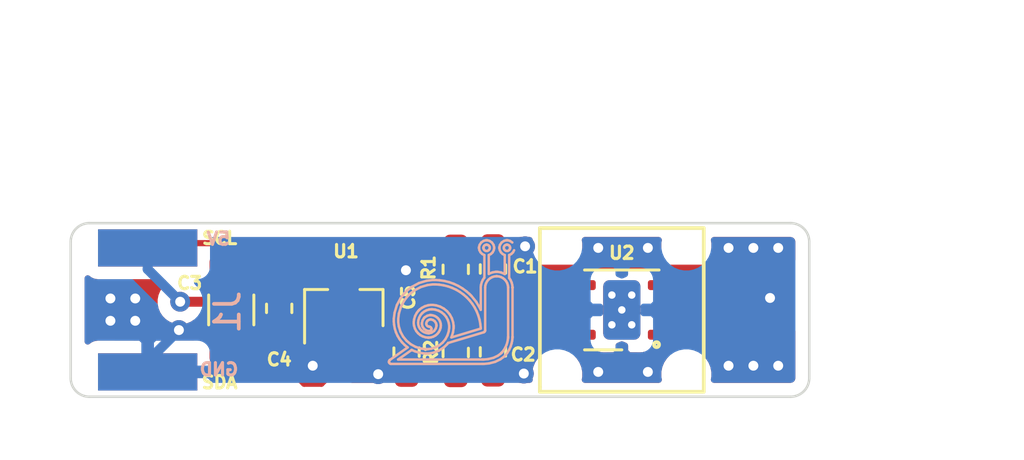
<source format=kicad_pcb>
(kicad_pcb (version 20171130) (host pcbnew 5.1.5)

  (general
    (thickness 1.5)
    (drawings 476)
    (tracks 103)
    (zones 0)
    (modules 12)
    (nets 6)
  )

  (page A4)
  (layers
    (0 F.Cu signal)
    (31 B.Cu signal)
    (32 B.Adhes user)
    (33 F.Adhes user)
    (34 B.Paste user)
    (35 F.Paste user)
    (36 B.SilkS user)
    (37 F.SilkS user)
    (38 B.Mask user)
    (39 F.Mask user)
    (40 Dwgs.User user)
    (41 Cmts.User user)
    (42 Eco1.User user)
    (43 Eco2.User user)
    (44 Edge.Cuts user)
    (45 Margin user)
    (46 B.CrtYd user)
    (47 F.CrtYd user)
    (48 B.Fab user hide)
    (49 F.Fab user hide)
  )

  (setup
    (last_trace_width 0.25)
    (user_trace_width 0.4)
    (trace_clearance 0.2)
    (zone_clearance 0.508)
    (zone_45_only no)
    (trace_min 0.2)
    (via_size 0.8)
    (via_drill 0.4)
    (via_min_size 0.4)
    (via_min_drill 0.3)
    (uvia_size 0.3)
    (uvia_drill 0.1)
    (uvias_allowed no)
    (uvia_min_size 0.2)
    (uvia_min_drill 0.1)
    (edge_width 0.05)
    (segment_width 0.2)
    (pcb_text_width 0.3)
    (pcb_text_size 1.5 1.5)
    (mod_edge_width 0.12)
    (mod_text_size 1 1)
    (mod_text_width 0.15)
    (pad_size 1 1)
    (pad_drill 1)
    (pad_to_mask_clearance 0)
    (aux_axis_origin 0 0)
    (grid_origin 34 28.25)
    (visible_elements FFFFFF7F)
    (pcbplotparams
      (layerselection 0x010f0_ffffffff)
      (usegerberextensions true)
      (usegerberattributes false)
      (usegerberadvancedattributes false)
      (creategerberjobfile false)
      (excludeedgelayer true)
      (linewidth 0.160000)
      (plotframeref false)
      (viasonmask false)
      (mode 1)
      (useauxorigin false)
      (hpglpennumber 1)
      (hpglpenspeed 20)
      (hpglpendiameter 15.000000)
      (psnegative false)
      (psa4output false)
      (plotreference true)
      (plotvalue true)
      (plotinvisibletext false)
      (padsonsilk false)
      (subtractmaskfromsilk true)
      (outputformat 1)
      (mirror false)
      (drillshape 0)
      (scaleselection 1)
      (outputdirectory "../common/gerber/sensor_board_small/"))
  )

  (net 0 "")
  (net 1 +3V3)
  (net 2 GND)
  (net 3 +5V)
  (net 4 /SDA)
  (net 5 /SCL)

  (net_class Default "This is the default net class."
    (clearance 0.2)
    (trace_width 0.25)
    (via_dia 0.8)
    (via_drill 0.4)
    (uvia_dia 0.3)
    (uvia_drill 0.1)
    (add_net +3V3)
    (add_net +5V)
    (add_net /SCL)
    (add_net /SDA)
    (add_net GND)
  )

  (module Project:PAD_2_small (layer B.Cu) (tedit 5D5EEAB3) (tstamp 5D584A0E)
    (at 38.1 28.25 270)
    (path /5D248956)
    (attr smd)
    (fp_text reference J1 (at 0.0889 -3.2152 90) (layer B.SilkS)
      (effects (font (size 1 1) (thickness 0.15)) (justify mirror))
    )
    (fp_text value PWR_CONN (at 0 4.5 90) (layer B.Fab)
      (effects (font (size 1 1) (thickness 0.15)) (justify mirror))
    )
    (fp_line (start -3.3 2) (end -1.7431 2) (layer B.CrtYd) (width 0.02))
    (fp_line (start -3.3 -2) (end -3.3 2) (layer B.CrtYd) (width 0.02))
    (fp_line (start -1.7431 -2) (end -3.3 -2) (layer B.CrtYd) (width 0.02))
    (fp_line (start -1.7431 2) (end -1.7431 -2) (layer B.CrtYd) (width 0.02))
    (fp_line (start 1.7431 2) (end 3.3 2) (layer B.CrtYd) (width 0.02))
    (fp_line (start 1.7431 -2) (end 1.7431 2) (layer B.CrtYd) (width 0.02))
    (fp_line (start 3.3 -2) (end 1.7431 -2) (layer B.CrtYd) (width 0.02))
    (fp_line (start 3.3 2) (end 3.3 -2) (layer B.CrtYd) (width 0.02))
    (pad 1 smd rect (at -2.5 0 180) (size 4 1.5) (layers B.Cu B.Paste B.Mask)
      (net 3 +5V))
    (pad 2 smd rect (at 2.5 0 180) (size 4 1.5) (layers B.Cu B.Paste B.Mask)
      (net 2 GND))
  )

  (module Project:PAD_2_small (layer F.Cu) (tedit 5D5EEAB3) (tstamp 5D5F9026)
    (at 38.1 28.25 270)
    (path /5D249525)
    (attr smd)
    (fp_text reference J2 (at 0 -2.85 90) (layer F.SilkS) hide
      (effects (font (size 1 1) (thickness 0.15)))
    )
    (fp_text value I2C_CONN (at 0 -4.5 90) (layer F.Fab)
      (effects (font (size 1 1) (thickness 0.15)))
    )
    (fp_line (start -3.3 -2) (end -1.7431 -2) (layer F.CrtYd) (width 0.02))
    (fp_line (start -3.3 2) (end -3.3 -2) (layer F.CrtYd) (width 0.02))
    (fp_line (start -1.7431 2) (end -3.3 2) (layer F.CrtYd) (width 0.02))
    (fp_line (start -1.7431 -2) (end -1.7431 2) (layer F.CrtYd) (width 0.02))
    (fp_line (start 1.7431 -2) (end 3.3 -2) (layer F.CrtYd) (width 0.02))
    (fp_line (start 1.7431 2) (end 1.7431 -2) (layer F.CrtYd) (width 0.02))
    (fp_line (start 3.3 2) (end 1.7431 2) (layer F.CrtYd) (width 0.02))
    (fp_line (start 3.3 -2) (end 3.3 2) (layer F.CrtYd) (width 0.02))
    (pad 1 smd rect (at -2.5 0) (size 4 1.5) (layers F.Cu F.Paste F.Mask)
      (net 5 /SCL))
    (pad 2 smd rect (at 2.5 0) (size 4 1.5) (layers F.Cu F.Paste F.Mask)
      (net 4 /SDA))
  )

  (module Project:SENSIRION-SF2 locked (layer F.Cu) (tedit 5D28FD05) (tstamp 5D5EF504)
    (at 57.2 28.25)
    (descr "SF2 Filter Cap, For SHT2x and SHT3x Humidity Sensors")
    (tags SENSIRION,SF2,SHT)
    (fp_text reference REF** (at 0.2 -4.4) (layer F.SilkS) hide
      (effects (font (size 0.5 0.5) (thickness 0.15)))
    )
    (fp_text value SENSIRION-SF2 (at 0.4 -6.2) (layer F.Fab) hide
      (effects (font (size 1 1) (thickness 0.15)))
    )
    (fp_line (start -2 -2) (end 2 -2) (layer F.CrtYd) (width 0.02))
    (fp_line (start -2 2) (end 2 2) (layer F.CrtYd) (width 0.02))
    (fp_line (start -2 -2) (end -2 2) (layer F.CrtYd) (width 0.02))
    (fp_line (start 2 -2) (end 2 2) (layer F.CrtYd) (width 0.02))
    (fp_line (start -3.3 -3.3) (end -3.3 -3.1) (layer F.SilkS) (width 0.15))
    (fp_line (start 3.3 -3.3) (end -3.3 -3.3) (layer F.SilkS) (width 0.15))
    (fp_line (start 3.3 3.3) (end 3.3 -3.3) (layer F.SilkS) (width 0.15))
    (fp_line (start -3.3 3.3) (end 3.3 3.3) (layer F.SilkS) (width 0.15))
    (fp_line (start -3.3 3.1) (end -3.3 3.3) (layer F.SilkS) (width 0.15))
    (fp_line (start -3.3 -3.1) (end -3.3 3.1) (layer F.SilkS) (width 0.15))
    (fp_line (start 3.2 -3.2) (end 3.2 3.2) (layer F.CrtYd) (width 0.02))
    (fp_line (start -3.2 -3.2) (end 3.2 -3.2) (layer F.CrtYd) (width 0.02))
    (fp_line (start 3.2 3.2) (end -3.2 3.2) (layer F.CrtYd) (width 0.02))
    (fp_line (start -3.2 3.2) (end -3.2 -3.2) (layer F.CrtYd) (width 0.02))
    (pad "" np_thru_hole circle (at -2.6 -2.6) (size 1 1) (drill 1) (layers *.Cu *.Mask))
    (pad "" np_thru_hole circle (at 2.6 -2.6) (size 1 1) (drill 1) (layers *.Cu *.Mask))
    (pad "" np_thru_hole circle (at -2.6 2.6) (size 1 1) (drill 1) (layers *.Cu *.Mask))
    (pad "" np_thru_hole circle (at 2.6 2.6) (size 1 1) (drill 1) (layers *.Cu *.Mask))
    (model ${KIPRJMOD}/../hs_common/3DModels/SF2.STEP
      (at (xyz 0 0 0))
      (scale (xyz 1 1 1))
      (rotate (xyz -90 0 0))
    )
  )

  (module Capacitor_SMD:C_0603_1608Metric_Pad1.05x0.95mm_HandSolder (layer F.Cu) (tedit 5B301BBE) (tstamp 5D57D1F0)
    (at 48.5288 29.9518 270)
    (descr "Capacitor SMD 0603 (1608 Metric), square (rectangular) end terminal, IPC_7351 nominal with elongated pad for handsoldering. (Body size source: http://www.tortai-tech.com/upload/download/2011102023233369053.pdf), generated with kicad-footprint-generator")
    (tags "capacitor handsolder")
    (path /5D1DC642)
    (attr smd)
    (fp_text reference C5 (at -2.2018 -0.0712 270) (layer F.SilkS)
      (effects (font (size 0.5 0.5) (thickness 0.15)))
    )
    (fp_text value 1u (at 0 1.43 90) (layer F.Fab)
      (effects (font (size 1 1) (thickness 0.15)))
    )
    (fp_text user %R (at 0 0 90) (layer F.Fab)
      (effects (font (size 0.5 0.5) (thickness 0.06)))
    )
    (fp_line (start 1.65 0.73) (end -1.65 0.73) (layer F.CrtYd) (width 0.05))
    (fp_line (start 1.65 -0.73) (end 1.65 0.73) (layer F.CrtYd) (width 0.05))
    (fp_line (start -1.65 -0.73) (end 1.65 -0.73) (layer F.CrtYd) (width 0.05))
    (fp_line (start -1.65 0.73) (end -1.65 -0.73) (layer F.CrtYd) (width 0.05))
    (fp_line (start -0.171267 0.51) (end 0.171267 0.51) (layer F.SilkS) (width 0.12))
    (fp_line (start -0.171267 -0.51) (end 0.171267 -0.51) (layer F.SilkS) (width 0.12))
    (fp_line (start 0.8 0.4) (end -0.8 0.4) (layer F.Fab) (width 0.1))
    (fp_line (start 0.8 -0.4) (end 0.8 0.4) (layer F.Fab) (width 0.1))
    (fp_line (start -0.8 -0.4) (end 0.8 -0.4) (layer F.Fab) (width 0.1))
    (fp_line (start -0.8 0.4) (end -0.8 -0.4) (layer F.Fab) (width 0.1))
    (pad 2 smd roundrect (at 0.875 0 270) (size 1.05 0.95) (layers F.Cu F.Paste F.Mask) (roundrect_rratio 0.25)
      (net 2 GND))
    (pad 1 smd roundrect (at -0.875 0 270) (size 1.05 0.95) (layers F.Cu F.Paste F.Mask) (roundrect_rratio 0.25)
      (net 1 +3V3))
    (model ${KISYS3DMOD}/Capacitor_SMD.3dshapes/C_0603_1608Metric.wrl
      (at (xyz 0 0 0))
      (scale (xyz 1 1 1))
      (rotate (xyz 0 0 0))
    )
  )

  (module Capacitor_SMD:C_0603_1608Metric_Pad1.05x0.95mm_HandSolder (layer F.Cu) (tedit 5B301BBE) (tstamp 5D579B5A)
    (at 43.398 28.1865 270)
    (descr "Capacitor SMD 0603 (1608 Metric), square (rectangular) end terminal, IPC_7351 nominal with elongated pad for handsoldering. (Body size source: http://www.tortai-tech.com/upload/download/2011102023233369053.pdf), generated with kicad-footprint-generator")
    (tags "capacitor handsolder")
    (path /5D205816)
    (attr smd)
    (fp_text reference C4 (at 2.0635 -0.002) (layer F.SilkS)
      (effects (font (size 0.5 0.5) (thickness 0.15)))
    )
    (fp_text value 1u (at 0 1.43 90) (layer F.Fab)
      (effects (font (size 1 1) (thickness 0.15)))
    )
    (fp_text user %R (at 0 0 90) (layer F.Fab)
      (effects (font (size 0.5 0.5) (thickness 0.06)))
    )
    (fp_line (start 1.65 0.73) (end -1.65 0.73) (layer F.CrtYd) (width 0.05))
    (fp_line (start 1.65 -0.73) (end 1.65 0.73) (layer F.CrtYd) (width 0.05))
    (fp_line (start -1.65 -0.73) (end 1.65 -0.73) (layer F.CrtYd) (width 0.05))
    (fp_line (start -1.65 0.73) (end -1.65 -0.73) (layer F.CrtYd) (width 0.05))
    (fp_line (start -0.171267 0.51) (end 0.171267 0.51) (layer F.SilkS) (width 0.12))
    (fp_line (start -0.171267 -0.51) (end 0.171267 -0.51) (layer F.SilkS) (width 0.12))
    (fp_line (start 0.8 0.4) (end -0.8 0.4) (layer F.Fab) (width 0.1))
    (fp_line (start 0.8 -0.4) (end 0.8 0.4) (layer F.Fab) (width 0.1))
    (fp_line (start -0.8 -0.4) (end 0.8 -0.4) (layer F.Fab) (width 0.1))
    (fp_line (start -0.8 0.4) (end -0.8 -0.4) (layer F.Fab) (width 0.1))
    (pad 2 smd roundrect (at 0.875 0 270) (size 1.05 0.95) (layers F.Cu F.Paste F.Mask) (roundrect_rratio 0.25)
      (net 2 GND))
    (pad 1 smd roundrect (at -0.875 0 270) (size 1.05 0.95) (layers F.Cu F.Paste F.Mask) (roundrect_rratio 0.25)
      (net 3 +5V))
    (model ${KISYS3DMOD}/Capacitor_SMD.3dshapes/C_0603_1608Metric.wrl
      (at (xyz 0 0 0))
      (scale (xyz 1 1 1))
      (rotate (xyz 0 0 0))
    )
  )

  (module Project:DFN-6-1EP_3x3mm_P1mm_EP1.5x2.4mm_HandSoldering (layer F.Cu) (tedit 5D5711DF) (tstamp 5D5EEC93)
    (at 57.2 28.25 180)
    (descr "DFN, 6 Pin (https://www.silabs.com/documents/public/data-sheets/Si7020-A20.pdf), generated with kicad-footprint-generator ipc_dfn_qfn_generator.py")
    (tags "DFN DFN_QFN")
    (path /5D571F52)
    (attr smd)
    (fp_text reference U2 (at 0 2.3) (layer F.SilkS)
      (effects (font (size 0.5 0.5) (thickness 0.15)))
    )
    (fp_text value Si7020-A20 (at 0 2.45) (layer F.Fab)
      (effects (font (size 1 1) (thickness 0.15)))
    )
    (fp_line (start -0.8 1.25) (end -0.8 -1.25) (layer B.CrtYd) (width 0.02))
    (fp_line (start 0.8 1.25) (end -0.8 1.25) (layer B.CrtYd) (width 0.02))
    (fp_line (start 0.8 -1.25) (end 0.8 1.25) (layer B.CrtYd) (width 0.02))
    (fp_line (start -0.8 -1.25) (end 0.8 -1.25) (layer B.CrtYd) (width 0.02))
    (fp_circle (center -1.4 -1.4) (end -1.3 -1.4) (layer F.SilkS) (width 0.15))
    (fp_text user %R (at 0 0) (layer F.Fab)
      (effects (font (size 0.5 0.5) (thickness 0.11)))
    )
    (fp_line (start 4.1 -1.75) (end -4.1 -1.75) (layer F.CrtYd) (width 0.05))
    (fp_line (start 4.1 1.75) (end 4.1 -1.75) (layer F.CrtYd) (width 0.05))
    (fp_line (start -4.1 1.75) (end 4.1 1.75) (layer F.CrtYd) (width 0.05))
    (fp_line (start -4.1 -1.75) (end -4.1 1.75) (layer F.CrtYd) (width 0.05))
    (fp_line (start -1.5 -0.75) (end -0.75 -1.5) (layer F.Fab) (width 0.1))
    (fp_line (start -1.5 1.5) (end -1.5 -0.75) (layer F.Fab) (width 0.1))
    (fp_line (start 1.5 1.5) (end -1.5 1.5) (layer F.Fab) (width 0.1))
    (fp_line (start 1.5 -1.5) (end 1.5 1.5) (layer F.Fab) (width 0.1))
    (fp_line (start -0.75 -1.5) (end 1.5 -1.5) (layer F.Fab) (width 0.1))
    (fp_line (start -1.5 1.61) (end 1.5 1.61) (layer F.SilkS) (width 0.12))
    (fp_line (start 0 -1.61) (end 1.5 -1.61) (layer F.SilkS) (width 0.12))
    (pad 7 thru_hole circle (at 0.4 0.6 180) (size 0.5 0.5) (drill 0.3) (layers *.Cu *.Mask)
      (net 2 GND))
    (pad 7 thru_hole circle (at -0.4 0.6 180) (size 0.5 0.5) (drill 0.3) (layers *.Cu *.Mask)
      (net 2 GND))
    (pad 7 thru_hole circle (at 0 0 180) (size 0.5 0.5) (drill 0.3) (layers *.Cu *.Mask)
      (net 2 GND))
    (pad 7 thru_hole circle (at 0.4 -0.6 180) (size 0.5 0.5) (drill 0.3) (layers *.Cu *.Mask)
      (net 2 GND))
    (pad 7 thru_hole circle (at -0.4 -0.6 180) (size 0.5 0.5) (drill 0.3) (layers *.Cu *.Mask)
      (net 2 GND))
    (pad 7 smd roundrect (at 0 0 180) (size 1.5 2.4) (layers F.Cu F.Mask) (roundrect_rratio 0.166667)
      (net 2 GND))
    (pad 6 smd roundrect (at 2.55 -1 180) (size 3 0.4) (layers F.Cu F.Paste F.Mask) (roundrect_rratio 0.25)
      (net 4 /SDA))
    (pad 5 smd roundrect (at 2.55 0 180) (size 3 0.4) (layers F.Cu F.Paste F.Mask) (roundrect_rratio 0.25)
      (net 1 +3V3))
    (pad 4 smd roundrect (at 2.55 1 180) (size 3 0.4) (layers F.Cu F.Paste F.Mask) (roundrect_rratio 0.25))
    (pad 3 smd roundrect (at -2.55 1 180) (size 3 0.4) (layers F.Cu F.Paste F.Mask) (roundrect_rratio 0.25))
    (pad 2 smd roundrect (at -2.55 0 180) (size 3 0.4) (layers F.Cu F.Paste F.Mask) (roundrect_rratio 0.25)
      (net 2 GND))
    (pad 1 smd roundrect (at -2.55 -1 180) (size 3 0.4) (layers F.Cu F.Paste F.Mask) (roundrect_rratio 0.25)
      (net 5 /SCL))
    (pad "" smd roundrect (at 0.375 0.6 180) (size 0.6 0.97) (layers F.Paste) (roundrect_rratio 0.25))
    (pad "" smd roundrect (at 0.375 -0.6 180) (size 0.6 0.97) (layers F.Paste) (roundrect_rratio 0.25))
    (pad "" smd roundrect (at -0.375 0.6 180) (size 0.6 0.97) (layers F.Paste) (roundrect_rratio 0.25))
    (pad "" smd roundrect (at -0.375 -0.6 180) (size 0.6 0.97) (layers F.Paste) (roundrect_rratio 0.25))
    (pad 7 smd roundrect (at 0 0 180) (size 1.5 2.4) (layers B.Cu F.Mask) (roundrect_rratio 0.167)
      (net 2 GND))
    (model ${KISYS3DMOD}/Package_DFN_QFN.3dshapes/DFN-6-1EP_3x3mm_P1mm_EP1.5x2.4mm.wrl
      (at (xyz 0 0 0))
      (scale (xyz 1 1 1))
      (rotate (xyz 0 0 0))
    )
  )

  (module Package_TO_SOT_SMD:SOT-23 (layer F.Cu) (tedit 5A02FF57) (tstamp 5D57D254)
    (at 46.0015 28.1865 90)
    (descr "SOT-23, Standard")
    (tags SOT-23)
    (path /5D1D7A46)
    (attr smd)
    (fp_text reference U1 (at 2.3 0.089 180) (layer F.SilkS)
      (effects (font (size 0.5 0.5) (thickness 0.15)))
    )
    (fp_text value XC6206P332MR (at 0 2.5 90) (layer F.Fab)
      (effects (font (size 1 1) (thickness 0.15)))
    )
    (fp_line (start 0.76 1.58) (end -0.7 1.58) (layer F.SilkS) (width 0.12))
    (fp_line (start 0.76 -1.58) (end -1.4 -1.58) (layer F.SilkS) (width 0.12))
    (fp_line (start -1.7 1.75) (end -1.7 -1.75) (layer F.CrtYd) (width 0.05))
    (fp_line (start 1.7 1.75) (end -1.7 1.75) (layer F.CrtYd) (width 0.05))
    (fp_line (start 1.7 -1.75) (end 1.7 1.75) (layer F.CrtYd) (width 0.05))
    (fp_line (start -1.7 -1.75) (end 1.7 -1.75) (layer F.CrtYd) (width 0.05))
    (fp_line (start 0.76 -1.58) (end 0.76 -0.65) (layer F.SilkS) (width 0.12))
    (fp_line (start 0.76 1.58) (end 0.76 0.65) (layer F.SilkS) (width 0.12))
    (fp_line (start -0.7 1.52) (end 0.7 1.52) (layer F.Fab) (width 0.1))
    (fp_line (start 0.7 -1.52) (end 0.7 1.52) (layer F.Fab) (width 0.1))
    (fp_line (start -0.7 -0.95) (end -0.15 -1.52) (layer F.Fab) (width 0.1))
    (fp_line (start -0.15 -1.52) (end 0.7 -1.52) (layer F.Fab) (width 0.1))
    (fp_line (start -0.7 -0.95) (end -0.7 1.5) (layer F.Fab) (width 0.1))
    (fp_text user %R (at 0 0) (layer F.Fab)
      (effects (font (size 0.5 0.5) (thickness 0.075)))
    )
    (pad 3 smd rect (at 1 0 90) (size 0.9 0.8) (layers F.Cu F.Paste F.Mask)
      (net 3 +5V))
    (pad 2 smd rect (at -1 0.95 90) (size 0.9 0.8) (layers F.Cu F.Paste F.Mask)
      (net 1 +3V3))
    (pad 1 smd rect (at -1 -0.95 90) (size 0.9 0.8) (layers F.Cu F.Paste F.Mask)
      (net 2 GND))
    (model ${KISYS3DMOD}/Package_TO_SOT_SMD.3dshapes/SOT-23.wrl
      (at (xyz 0 0 0))
      (scale (xyz 1 1 1))
      (rotate (xyz 0 0 0))
    )
  )

  (module Resistor_SMD:R_0603_1608Metric_Pad1.05x0.95mm_HandSolder (layer F.Cu) (tedit 5B301BBD) (tstamp 5D5F0F7C)
    (at 50.51 29.9658 270)
    (descr "Resistor SMD 0603 (1608 Metric), square (rectangular) end terminal, IPC_7351 nominal with elongated pad for handsoldering. (Body size source: http://www.tortai-tech.com/upload/download/2011102023233369053.pdf), generated with kicad-footprint-generator")
    (tags "resistor handsolder")
    (path /5D1D152B)
    (attr smd)
    (fp_text reference R2 (at -0.014 0.9906 90) (layer F.SilkS)
      (effects (font (size 0.5 0.5) (thickness 0.15)))
    )
    (fp_text value 4K7 (at 0 1.43 90) (layer F.Fab)
      (effects (font (size 1 1) (thickness 0.15)))
    )
    (fp_text user %R (at 0 0 90) (layer F.Fab)
      (effects (font (size 0.5 0.5) (thickness 0.06)))
    )
    (fp_line (start 1.65 0.73) (end -1.65 0.73) (layer F.CrtYd) (width 0.05))
    (fp_line (start 1.65 -0.73) (end 1.65 0.73) (layer F.CrtYd) (width 0.05))
    (fp_line (start -1.65 -0.73) (end 1.65 -0.73) (layer F.CrtYd) (width 0.05))
    (fp_line (start -1.65 0.73) (end -1.65 -0.73) (layer F.CrtYd) (width 0.05))
    (fp_line (start -0.171267 0.51) (end 0.171267 0.51) (layer F.SilkS) (width 0.12))
    (fp_line (start -0.171267 -0.51) (end 0.171267 -0.51) (layer F.SilkS) (width 0.12))
    (fp_line (start 0.8 0.4) (end -0.8 0.4) (layer F.Fab) (width 0.1))
    (fp_line (start 0.8 -0.4) (end 0.8 0.4) (layer F.Fab) (width 0.1))
    (fp_line (start -0.8 -0.4) (end 0.8 -0.4) (layer F.Fab) (width 0.1))
    (fp_line (start -0.8 0.4) (end -0.8 -0.4) (layer F.Fab) (width 0.1))
    (pad 2 smd roundrect (at 0.875 0 270) (size 1.05 0.95) (layers F.Cu F.Paste F.Mask) (roundrect_rratio 0.25)
      (net 4 /SDA))
    (pad 1 smd roundrect (at -0.875 0 270) (size 1.05 0.95) (layers F.Cu F.Paste F.Mask) (roundrect_rratio 0.25)
      (net 1 +3V3))
    (model ${KISYS3DMOD}/Resistor_SMD.3dshapes/R_0603_1608Metric.wrl
      (at (xyz 0 0 0))
      (scale (xyz 1 1 1))
      (rotate (xyz 0 0 0))
    )
  )

  (module Resistor_SMD:R_0603_1608Metric_Pad1.05x0.95mm_HandSolder (layer F.Cu) (tedit 5B301BBD) (tstamp 5D5F20C7)
    (at 50.51 26.613 90)
    (descr "Resistor SMD 0603 (1608 Metric), square (rectangular) end terminal, IPC_7351 nominal with elongated pad for handsoldering. (Body size source: http://www.tortai-tech.com/upload/download/2011102023233369053.pdf), generated with kicad-footprint-generator")
    (tags "resistor handsolder")
    (path /5D1D11F7)
    (attr smd)
    (fp_text reference R1 (at 0.0648 -1.0922 90) (layer F.SilkS)
      (effects (font (size 0.5 0.5) (thickness 0.15)))
    )
    (fp_text value 4K7 (at 0 1.43 90) (layer F.Fab)
      (effects (font (size 1 1) (thickness 0.15)))
    )
    (fp_text user %R (at 0 0 90) (layer F.Fab)
      (effects (font (size 0.5 0.5) (thickness 0.06)))
    )
    (fp_line (start 1.65 0.73) (end -1.65 0.73) (layer F.CrtYd) (width 0.05))
    (fp_line (start 1.65 -0.73) (end 1.65 0.73) (layer F.CrtYd) (width 0.05))
    (fp_line (start -1.65 -0.73) (end 1.65 -0.73) (layer F.CrtYd) (width 0.05))
    (fp_line (start -1.65 0.73) (end -1.65 -0.73) (layer F.CrtYd) (width 0.05))
    (fp_line (start -0.171267 0.51) (end 0.171267 0.51) (layer F.SilkS) (width 0.12))
    (fp_line (start -0.171267 -0.51) (end 0.171267 -0.51) (layer F.SilkS) (width 0.12))
    (fp_line (start 0.8 0.4) (end -0.8 0.4) (layer F.Fab) (width 0.1))
    (fp_line (start 0.8 -0.4) (end 0.8 0.4) (layer F.Fab) (width 0.1))
    (fp_line (start -0.8 -0.4) (end 0.8 -0.4) (layer F.Fab) (width 0.1))
    (fp_line (start -0.8 0.4) (end -0.8 -0.4) (layer F.Fab) (width 0.1))
    (pad 2 smd roundrect (at 0.875 0 90) (size 1.05 0.95) (layers F.Cu F.Paste F.Mask) (roundrect_rratio 0.25)
      (net 5 /SCL))
    (pad 1 smd roundrect (at -0.875 0 90) (size 1.05 0.95) (layers F.Cu F.Paste F.Mask) (roundrect_rratio 0.25)
      (net 1 +3V3))
    (model ${KISYS3DMOD}/Resistor_SMD.3dshapes/R_0603_1608Metric.wrl
      (at (xyz 0 0 0))
      (scale (xyz 1 1 1))
      (rotate (xyz 0 0 0))
    )
  )

  (module Capacitor_SMD:C_1206_3216Metric_Pad1.42x1.75mm_HandSolder (layer F.Cu) (tedit 5B301BBE) (tstamp 5D5EE439)
    (at 41.4676 28.25 270)
    (descr "Capacitor SMD 1206 (3216 Metric), square (rectangular) end terminal, IPC_7351 nominal with elongated pad for handsoldering. (Body size source: http://www.tortai-tech.com/upload/download/2011102023233369053.pdf), generated with kicad-footprint-generator")
    (tags "capacitor handsolder")
    (path /5D1DBF41)
    (attr smd)
    (fp_text reference C3 (at -1.0795 1.6764) (layer F.SilkS)
      (effects (font (size 0.5 0.5) (thickness 0.15)))
    )
    (fp_text value 10u (at 0 1.82 90) (layer F.Fab)
      (effects (font (size 1 1) (thickness 0.15)))
    )
    (fp_text user %R (at 0 0 90) (layer F.Fab)
      (effects (font (size 0.5 0.5) (thickness 0.12)))
    )
    (fp_line (start 2.45 1.12) (end -2.45 1.12) (layer F.CrtYd) (width 0.05))
    (fp_line (start 2.45 -1.12) (end 2.45 1.12) (layer F.CrtYd) (width 0.05))
    (fp_line (start -2.45 -1.12) (end 2.45 -1.12) (layer F.CrtYd) (width 0.05))
    (fp_line (start -2.45 1.12) (end -2.45 -1.12) (layer F.CrtYd) (width 0.05))
    (fp_line (start -0.602064 0.91) (end 0.602064 0.91) (layer F.SilkS) (width 0.12))
    (fp_line (start -0.602064 -0.91) (end 0.602064 -0.91) (layer F.SilkS) (width 0.12))
    (fp_line (start 1.6 0.8) (end -1.6 0.8) (layer F.Fab) (width 0.1))
    (fp_line (start 1.6 -0.8) (end 1.6 0.8) (layer F.Fab) (width 0.1))
    (fp_line (start -1.6 -0.8) (end 1.6 -0.8) (layer F.Fab) (width 0.1))
    (fp_line (start -1.6 0.8) (end -1.6 -0.8) (layer F.Fab) (width 0.1))
    (pad 2 smd roundrect (at 1.4875 0 270) (size 1.425 1.75) (layers F.Cu F.Paste F.Mask) (roundrect_rratio 0.175439)
      (net 2 GND))
    (pad 1 smd roundrect (at -1.4875 0 270) (size 1.425 1.75) (layers F.Cu F.Paste F.Mask) (roundrect_rratio 0.175439)
      (net 3 +5V))
    (model ${KISYS3DMOD}/Capacitor_SMD.3dshapes/C_1206_3216Metric.wrl
      (at (xyz 0 0 0))
      (scale (xyz 1 1 1))
      (rotate (xyz 0 0 0))
    )
  )

  (module Capacitor_SMD:C_0603_1608Metric_Pad1.05x0.95mm_HandSolder (layer F.Cu) (tedit 5B301BBE) (tstamp 5D5F0491)
    (at 52.0086 29.9404 270)
    (descr "Capacitor SMD 0603 (1608 Metric), square (rectangular) end terminal, IPC_7351 nominal with elongated pad for handsoldering. (Body size source: http://www.tortai-tech.com/upload/download/2011102023233369053.pdf), generated with kicad-footprint-generator")
    (tags "capacitor handsolder")
    (path /5D1C29C8)
    (attr smd)
    (fp_text reference C2 (at 0.113 -1.2192 180) (layer F.SilkS)
      (effects (font (size 0.5 0.5) (thickness 0.15)))
    )
    (fp_text value 10n (at 0 1.43 90) (layer F.Fab)
      (effects (font (size 1 1) (thickness 0.15)))
    )
    (fp_text user %R (at 0 0 90) (layer F.Fab)
      (effects (font (size 0.5 0.5) (thickness 0.06)))
    )
    (fp_line (start 1.65 0.73) (end -1.65 0.73) (layer F.CrtYd) (width 0.05))
    (fp_line (start 1.65 -0.73) (end 1.65 0.73) (layer F.CrtYd) (width 0.05))
    (fp_line (start -1.65 -0.73) (end 1.65 -0.73) (layer F.CrtYd) (width 0.05))
    (fp_line (start -1.65 0.73) (end -1.65 -0.73) (layer F.CrtYd) (width 0.05))
    (fp_line (start -0.171267 0.51) (end 0.171267 0.51) (layer F.SilkS) (width 0.12))
    (fp_line (start -0.171267 -0.51) (end 0.171267 -0.51) (layer F.SilkS) (width 0.12))
    (fp_line (start 0.8 0.4) (end -0.8 0.4) (layer F.Fab) (width 0.1))
    (fp_line (start 0.8 -0.4) (end 0.8 0.4) (layer F.Fab) (width 0.1))
    (fp_line (start -0.8 -0.4) (end 0.8 -0.4) (layer F.Fab) (width 0.1))
    (fp_line (start -0.8 0.4) (end -0.8 -0.4) (layer F.Fab) (width 0.1))
    (pad 2 smd roundrect (at 0.875 0 270) (size 1.05 0.95) (layers F.Cu F.Paste F.Mask) (roundrect_rratio 0.25)
      (net 2 GND))
    (pad 1 smd roundrect (at -0.875 0 270) (size 1.05 0.95) (layers F.Cu F.Paste F.Mask) (roundrect_rratio 0.25)
      (net 1 +3V3))
    (model ${KISYS3DMOD}/Capacitor_SMD.3dshapes/C_0603_1608Metric.wrl
      (at (xyz 0 0 0))
      (scale (xyz 1 1 1))
      (rotate (xyz 0 0 0))
    )
  )

  (module Capacitor_SMD:C_0603_1608Metric_Pad1.05x0.95mm_HandSolder (layer F.Cu) (tedit 5B301BBE) (tstamp 5D5F2095)
    (at 52.0086 26.599 90)
    (descr "Capacitor SMD 0603 (1608 Metric), square (rectangular) end terminal, IPC_7351 nominal with elongated pad for handsoldering. (Body size source: http://www.tortai-tech.com/upload/download/2011102023233369053.pdf), generated with kicad-footprint-generator")
    (tags "capacitor handsolder")
    (path /5D1C2FDD)
    (attr smd)
    (fp_text reference C1 (at 0.1016 1.2954) (layer F.SilkS)
      (effects (font (size 0.5 0.5) (thickness 0.15)))
    )
    (fp_text value 100n (at 0 1.43 90) (layer F.Fab)
      (effects (font (size 1 1) (thickness 0.15)))
    )
    (fp_text user %R (at 0 0 90) (layer F.Fab)
      (effects (font (size 0.5 0.5) (thickness 0.06)))
    )
    (fp_line (start 1.65 0.73) (end -1.65 0.73) (layer F.CrtYd) (width 0.05))
    (fp_line (start 1.65 -0.73) (end 1.65 0.73) (layer F.CrtYd) (width 0.05))
    (fp_line (start -1.65 -0.73) (end 1.65 -0.73) (layer F.CrtYd) (width 0.05))
    (fp_line (start -1.65 0.73) (end -1.65 -0.73) (layer F.CrtYd) (width 0.05))
    (fp_line (start -0.171267 0.51) (end 0.171267 0.51) (layer F.SilkS) (width 0.12))
    (fp_line (start -0.171267 -0.51) (end 0.171267 -0.51) (layer F.SilkS) (width 0.12))
    (fp_line (start 0.8 0.4) (end -0.8 0.4) (layer F.Fab) (width 0.1))
    (fp_line (start 0.8 -0.4) (end 0.8 0.4) (layer F.Fab) (width 0.1))
    (fp_line (start -0.8 -0.4) (end 0.8 -0.4) (layer F.Fab) (width 0.1))
    (fp_line (start -0.8 0.4) (end -0.8 -0.4) (layer F.Fab) (width 0.1))
    (pad 2 smd roundrect (at 0.875 0 90) (size 1.05 0.95) (layers F.Cu F.Paste F.Mask) (roundrect_rratio 0.25)
      (net 2 GND))
    (pad 1 smd roundrect (at -0.875 0 90) (size 1.05 0.95) (layers F.Cu F.Paste F.Mask) (roundrect_rratio 0.25)
      (net 1 +3V3))
    (model ${KISYS3DMOD}/Capacitor_SMD.3dshapes/C_0603_1608Metric.wrl
      (at (xyz 0 0 0))
      (scale (xyz 1 1 1))
      (rotate (xyz 0 0 0))
    )
  )

  (dimension 8 (width 0.1) (layer Eco1.User)
    (gr_text "8.000 mm" (at 69.25 28.25 270) (layer Eco1.User)
      (effects (font (size 1 1) (thickness 0.15)))
    )
    (feature1 (pts (xy 66 32.25) (xy 68.586421 32.25)))
    (feature2 (pts (xy 66 24.25) (xy 68.586421 24.25)))
    (crossbar (pts (xy 68 24.25) (xy 68 32.25)))
    (arrow1a (pts (xy 68 32.25) (xy 67.413579 31.123496)))
    (arrow1b (pts (xy 68 32.25) (xy 68.586421 31.123496)))
    (arrow2a (pts (xy 68 24.25) (xy 67.413579 25.376504)))
    (arrow2b (pts (xy 68 24.25) (xy 68.586421 25.376504)))
  )
  (gr_text "GND\n" (at 40.9723 30.6503) (layer B.SilkS) (tstamp 5D5F273C)
    (effects (font (size 0.5 0.5) (thickness 0.125)) (justify mirror))
  )
  (gr_text "5V\n" (at 40.9469 25.3798) (layer B.SilkS) (tstamp 5D5F2736)
    (effects (font (size 0.5 0.5) (thickness 0.125)) (justify mirror))
  )
  (gr_text "SDA\n" (at 40.9977 31.171) (layer F.SilkS) (tstamp 5D5F272D)
    (effects (font (size 0.5 0.5) (thickness 0.125)))
  )
  (gr_text SCL (at 40.9977 25.3544) (layer F.SilkS)
    (effects (font (size 0.5 0.5) (thickness 0.125)))
  )
  (gr_line (start 64.75 25.5) (end 64.75 31) (layer Edge.Cuts) (width 0.1))
  (gr_line (start 35 25.5) (end 35 31) (layer Edge.Cuts) (width 0.1))
  (gr_line (start 35.75 31.75) (end 64 31.75) (layer Edge.Cuts) (width 0.1) (tstamp 5D5EE544))
  (gr_arc (start 64 31) (end 64.75 31) (angle 90) (layer Edge.Cuts) (width 0.1) (tstamp 5D5EE543))
  (gr_arc (start 35.75 31) (end 35.75 31.75) (angle 90) (layer Edge.Cuts) (width 0.1) (tstamp 5D5EE542))
  (gr_arc (start 64 25.5) (end 64.75 25.5) (angle -90) (layer Edge.Cuts) (width 0.1))
  (gr_arc (start 35.75 25.5) (end 35.75 24.75) (angle -90) (layer Edge.Cuts) (width 0.1))
  (gr_line (start 35.75 24.75) (end 64 24.75) (layer Edge.Cuts) (width 0.1))
  (gr_line (start 35 34.25) (end 35 32.25) (layer Eco1.User) (width 0.1) (tstamp 5D5EE531))
  (gr_line (start 35 32.25) (end 65 32.25) (layer Eco1.User) (width 0.1) (tstamp 5D5EE530))
  (gr_line (start 35 24.25) (end 65 24.25) (layer Eco1.User) (width 0.1))
  (gr_line (start 35 22.25) (end 35 24.25) (layer Eco1.User) (width 0.1))
  (gr_line (start 49.02641 27.16724) (end 48.745381 27.31763) (layer B.SilkS) (width 0.1))
  (gr_line (start 51.89936 26.9697) (end 51.97791 26.927) (layer B.SilkS) (width 0.1))
  (gr_line (start 51.83089 27.02624) (end 51.89936 26.9697) (layer B.SilkS) (width 0.1))
  (gr_line (start 51.472 25.62697) (end 51.44807 25.71585) (layer B.SilkS) (width 0.1))
  (gr_line (start 48.047248 28.35903) (end 48.015834 28.6005) (layer B.SilkS) (width 0.1))
  (gr_line (start 48.192917 28.60918) (end 48.220913 28.39385) (layer B.SilkS) (width 0.1))
  (gr_line (start 49.41541 29.10327) (end 49.44427 29.10327) (layer B.SilkS) (width 0.1))
  (gr_line (start 49.23914 28.31567) (end 49.33284 28.2656) (layer B.SilkS) (width 0.1))
  (gr_line (start 49.29502 29.35425) (end 49.38502 29.3664) (layer B.SilkS) (width 0.1))
  (gr_line (start 51.53737 25.53019) (end 51.472 25.62697) (layer B.SilkS) (width 0.1))
  (gr_line (start 48.83273 28.62807) (end 48.818895 28.73467) (layer B.SilkS) (width 0.1))
  (gr_line (start 51.63416 25.46482) (end 51.53737 25.53019) (layer B.SilkS) (width 0.1))
  (gr_line (start 52.62309 25.62796) (end 52.66368 25.65535) (layer B.SilkS) (width 0.1))
  (gr_line (start 51.72302 25.44089) (end 51.63416 25.46482) (layer B.SilkS) (width 0.1))
  (gr_line (start 49.00449 28.85457) (end 48.99598 28.79132) (layer B.SilkS) (width 0.1))
  (gr_line (start 49.93559 28.34481) (end 50.03987 28.430901) (layer B.SilkS) (width 0.1))
  (gr_line (start 50.42361 28.98451) (end 50.42361 28.9289) (layer B.SilkS) (width 0.1))
  (gr_line (start 51.84119 26.03686) (end 51.86387 26.02992) (layer B.SilkS) (width 0.1))
  (gr_line (start 51.75265 25.44089) (end 51.72302 25.44089) (layer B.SilkS) (width 0.1))
  (gr_line (start 49.83072 29.892605) (end 50.03487 29.758056) (layer B.SilkS) (width 0.1))
  (gr_line (start 49.59793 29.978596) (end 49.83072 29.892605) (layer B.SilkS) (width 0.1))
  (gr_line (start 49.50683 28.95213) (end 49.47872 28.93313) (layer B.SilkS) (width 0.1))
  (gr_line (start 52.66211 26.96042) (end 52.66211 26.03686) (layer B.SilkS) (width 0.1))
  (gr_line (start 51.86452 26.78438) (end 51.84119 26.79776) (layer B.SilkS) (width 0.1))
  (gr_line (start 51.27202 28.15133) (end 51.35263 28.30721) (layer B.SilkS) (width 0.1))
  (gr_line (start 52.52397 25.62796) (end 52.56114 25.61797) (layer B.SilkS) (width 0.1))
  (gr_line (start 49.53282 29.01472) (end 49.53282 29.0061) (layer B.SilkS) (width 0.1))
  (gr_line (start 50.24652 28.97431) (end 50.22814 29.11059) (layer B.SilkS) (width 0.1))
  (gr_line (start 52.45611 25.69588) (end 52.48344 25.65535) (layer B.SilkS) (width 0.1))
  (gr_line (start 51.46826 28.64239) (end 51.50145 28.81985) (layer B.SilkS) (width 0.1))
  (gr_line (start 52.75857 29.606255) (end 52.78114 29.502523) (layer B.SilkS) (width 0.1))
  (gr_line (start 52.48502 26.80385) (end 52.46104 26.78953) (layer B.SilkS) (width 0.1))
  (gr_line (start 49.65348 27.22051) (end 49.70002 27.22051) (layer B.SilkS) (width 0.1))
  (gr_line (start 51.88015 25.74547) (end 51.88015 25.75783) (layer B.SilkS) (width 0.1))
  (gr_line (start 51.74023 25.61797) (end 51.75265 25.61797) (layer B.SilkS) (width 0.1))
  (gr_line (start 50.12597 28.53518) (end 50.19102 28.65486) (layer B.SilkS) (width 0.1))
  (gr_line (start 51.78222 25.44089) (end 51.75265 25.44089) (layer B.SilkS) (width 0.1))
  (gr_line (start 48.770392 29.879149) (end 48.87716 29.924234) (layer B.SilkS) (width 0.1))
  (gr_line (start 48.736211 29.861517) (end 48.770392 29.879149) (layer B.SilkS) (width 0.1))
  (gr_line (start 52.48344 25.65535) (end 52.52397 25.62796) (layer B.SilkS) (width 0.1))
  (gr_line (start 52.46104 26.78953) (end 52.33029 26.73722) (layer B.SilkS) (width 0.1))
  (gr_line (start 48.495489 27.52308) (end 48.438577 27.58) (layer B.SilkS) (width 0.1))
  (gr_line (start 52.33029 26.73722) (end 52.2009 26.71357) (layer B.SilkS) (width 0.1))
  (gr_line (start 52.2009 26.71357) (end 52.15782 26.71357) (layer B.SilkS) (width 0.1))
  (gr_line (start 49.90966 28.89663) (end 49.90966 28.87176) (layer B.SilkS) (width 0.1))
  (gr_line (start 49.52582 28.98022) (end 49.50683 28.95213) (layer B.SilkS) (width 0.1))
  (gr_line (start 48.93993 28.36933) (end 48.87353 28.4934) (layer B.SilkS) (width 0.1))
  (gr_line (start 51.87108 25.46482) (end 51.78222 25.44089) (layer B.SilkS) (width 0.1))
  (gr_line (start 50.02098 27.25654) (end 50.19607 27.30026) (layer B.SilkS) (width 0.1))
  (gr_line (start 49.7884 28.57956) (end 49.7272 28.52906) (layer B.SilkS) (width 0.1))
  (gr_line (start 50.03987 28.430901) (end 50.12597 28.53518) (layer B.SilkS) (width 0.1))
  (gr_line (start 47.827249 30.372368) (end 47.837828 30.390923) (layer B.SilkS) (width 0.1))
  (gr_line (start 48.84358 27.46503) (end 49.09423 27.33092) (layer B.SilkS) (width 0.1))
  (gr_line (start 48.865769 29.00208) (end 48.92084 29.10333) (layer B.SilkS) (width 0.1))
  (gr_line (start 48.72471 29.871337) (end 48.725741 29.870578) (layer B.SilkS) (width 0.1))
  (gr_line (start 48.188252 30.250406) (end 48.72471 29.871337) (layer B.SilkS) (width 0.1))
  (gr_line (start 52.48366 30.100992) (end 52.51187 30.072455) (layer B.SilkS) (width 0.1))
  (gr_line (start 49.41504 29.3664) (end 49.43988 29.3664) (layer B.SilkS) (width 0.1))
  (gr_line (start 51.63514 25.69588) (end 51.66254 25.65535) (layer B.SilkS) (width 0.1))
  (gr_line (start 50.21516 29.579291) (end 51.63226 29.15313) (layer B.SilkS) (width 0.1))
  (gr_line (start 50.21413 29.579562) (end 50.21516 29.579291) (layer B.SilkS) (width 0.1))
  (gr_line (start 49.39973 28.06106) (end 49.26508 28.10186) (layer B.SilkS) (width 0.1))
  (gr_line (start 51.967929 25.53019) (end 51.87108 25.46482) (layer B.SilkS) (width 0.1))
  (gr_line (start 49.45284 29.10327) (end 49.47872 29.09627) (layer B.SilkS) (width 0.1))
  (gr_line (start 49.58626 28.04722) (end 49.54193 28.04722) (layer B.SilkS) (width 0.1))
  (gr_line (start 49.14783 28.83558) (end 49.17116 28.92207) (layer B.SilkS) (width 0.1))
  (gr_line (start 49.83891 28.64076) (end 49.7884 28.57956) (layer B.SilkS) (width 0.1))
  (gr_line (start 47.82101 30.337917) (end 47.823071 30.359185) (layer B.SilkS) (width 0.1))
  (gr_line (start 49.30322 30.00887) (end 49.34363 30.00887) (layer B.SilkS) (width 0.1))
  (gr_line (start 49.18201 29.999051) (end 49.30322 30.00887) (layer B.SilkS) (width 0.1))
  (gr_line (start 52.62309 25.86293) (end 52.58593 25.87296) (layer B.SilkS) (width 0.1))
  (gr_line (start 48.671434 27.59751) (end 48.84358 27.46503) (layer B.SilkS) (width 0.1))
  (gr_line (start 48.745381 27.31763) (end 48.552402 27.46617) (layer B.SilkS) (width 0.1))
  (gr_line (start 48.452249 29.664306) (end 48.541442 29.73923) (layer B.SilkS) (width 0.1))
  (gr_line (start 49.76459 29.22133) (end 49.82502 29.14808) (layer B.SilkS) (width 0.1))
  (gr_line (start 52.15782 26.89065) (end 52.18109 26.89065) (layer B.SilkS) (width 0.1))
  (gr_line (start 52.13448 26.89065) (end 52.15782 26.89065) (layer B.SilkS) (width 0.1))
  (gr_line (start 52.15782 26.71357) (end 52.1162 26.71357) (layer B.SilkS) (width 0.1))
  (gr_line (start 52.1162 26.71357) (end 51.991369 26.7356) (layer B.SilkS) (width 0.1))
  (gr_line (start 52.79747 27.35317) (end 52.79747 27.35317) (layer B.SilkS) (width 0.1))
  (gr_line (start 47.852748 30.270642) (end 47.838316 30.286377) (layer B.SilkS) (width 0.1))
  (gr_line (start 51.87011 25.69588) (end 51.88015 25.73304) (layer B.SilkS) (width 0.1))
  (gr_line (start 51.62515 25.74547) (end 51.62515 25.74547) (layer B.SilkS) (width 0.1))
  (gr_line (start 51.991369 26.7356) (end 51.86452 26.78438) (layer B.SilkS) (width 0.1))
  (gr_line (start 49.35991 28.89114) (end 49.3343 28.85322) (layer B.SilkS) (width 0.1))
  (gr_line (start 47.881719 30.423041) (end 47.902552 30.427544) (layer B.SilkS) (width 0.1))
  (gr_line (start 49.08734 28.46747) (end 49.13687 28.40313) (layer B.SilkS) (width 0.1))
  (gr_line (start 52.61604 29.4021) (end 52.60611 29.47219) (layer B.SilkS) (width 0.1))
  (gr_line (start 52.61979 29.35539) (end 52.61604 29.4021) (layer B.SilkS) (width 0.1))
  (gr_line (start 48.99364 29.19159) (end 49.08192 29.2644) (layer B.SilkS) (width 0.1))
  (gr_line (start 51.87011 25.795) (end 51.84276 25.83558) (layer B.SilkS) (width 0.1))
  (gr_line (start 50.24652 28.89342) (end 50.24652 28.9289) (layer B.SilkS) (width 0.1))
  (gr_line (start 52.62038 29.34209) (end 52.61979 29.35539) (layer B.SilkS) (width 0.1))
  (gr_line (start 52.62038 29.3377) (end 52.62038 29.34209) (layer B.SilkS) (width 0.1))
  (gr_line (start 49.26633 28.54392) (end 49.24988 28.56042) (layer B.SilkS) (width 0.1))
  (gr_line (start 51.88015 25.73304) (end 51.88015 25.74547) (layer B.SilkS) (width 0.1))
  (gr_line (start 52.48502 26.03686) (end 52.48502 26.80385) (layer B.SilkS) (width 0.1))
  (gr_line (start 52.79741 27.35317) (end 52.79747 27.35317) (layer B.SilkS) (width 0.1))
  (gr_line (start 49.141 28.16826) (end 49.05582 28.23386) (layer B.SilkS) (width 0.1))
  (gr_line (start 52.69102 25.795) (end 52.66368 25.83558) (layer B.SilkS) (width 0.1))
  (gr_line (start 52.35644 29.977783) (end 52.32286 30.011474) (layer B.SilkS) (width 0.1))
  (gr_line (start 48.192917 28.68101) (end 48.192917 28.68101) (layer B.SilkS) (width 0.1))
  (gr_line (start 49.33284 28.2656) (end 49.43457 28.23478) (layer B.SilkS) (width 0.1))
  (gr_line (start 52.26904 25.71585) (end 52.26904 25.74547) (layer B.SilkS) (width 0.1))
  (gr_line (start 52.71895 27.04674) (end 52.67794 26.98071) (layer B.SilkS) (width 0.1))
  (gr_line (start 49.28569 29.831787) (end 49.11197 29.808349) (layer B.SilkS) (width 0.1))
  (gr_line (start 52.26904 25.74547) (end 52.26904 25.76993) (layer B.SilkS) (width 0.1))
  (gr_line (start 52.26904 25.76993) (end 52.2852 25.8435) (layer B.SilkS) (width 0.1))
  (gr_line (start 52.30587 30.243407) (end 52.44384 30.141194) (layer B.SilkS) (width 0.1))
  (gr_line (start 52.79741 29.337) (end 52.79741 27.35317) (layer B.SilkS) (width 0.1))
  (gr_line (start 48.220913 28.39385) (end 48.303324 28.12176) (layer B.SilkS) (width 0.1))
  (gr_line (start 52.44612 25.74547) (end 52.44612 25.73304) (layer B.SilkS) (width 0.1))
  (gr_line (start 49.90966 28.85093) (end 49.90119 28.78854) (layer B.SilkS) (width 0.1))
  (gr_line (start 50.61057 27.28063) (end 50.43147 27.19642) (layer B.SilkS) (width 0.1))
  (gr_line (start 48.99598 28.79132) (end 48.99598 28.77026) (layer B.SilkS) (width 0.1))
  (gr_line (start 52.05723 25.71585) (end 52.03325 25.62697) (layer B.SilkS) (width 0.1))
  (gr_line (start 51.77436 27.0947) (end 51.83089 27.02624) (layer B.SilkS) (width 0.1))
  (gr_line (start 51.73165 27.17326) (end 51.77436 27.0947) (layer B.SilkS) (width 0.1))
  (gr_line (start 49.41504 29.18932) (end 49.39393 29.18932) (layer B.SilkS) (width 0.1))
  (gr_line (start 51.92762 25.99454) (end 51.996039 25.92836) (layer B.SilkS) (width 0.1))
  (gr_line (start 49.90119 28.78854) (end 49.877109 28.71096) (layer B.SilkS) (width 0.1))
  (gr_line (start 48.620706 27.64831) (end 48.671434 27.59751) (layer B.SilkS) (width 0.1))
  (gr_line (start 52.79269 29.41892) (end 52.79687 29.36173) (layer B.SilkS) (width 0.1))
  (gr_line (start 49.51508 28.22431) (end 49.54193 28.22431) (layer B.SilkS) (width 0.1))
  (gr_line (start 52.44612 25.74547) (end 52.44612 25.74547) (layer B.SilkS) (width 0.1))
  (gr_line (start 52.04101 25.8435) (end 52.05723 25.76993) (layer B.SilkS) (width 0.1))
  (gr_line (start 51.639 29.15112) (end 51.65787 29.1406) (layer B.SilkS) (width 0.1))
  (gr_line (start 51.63226 29.15313) (end 51.639 29.15112) (layer B.SilkS) (width 0.1))
  (gr_line (start 51.76502 25.61797) (end 51.80219 25.62796) (layer B.SilkS) (width 0.1))
  (gr_line (start 52.2852 25.8435) (end 52.33018 25.92831) (layer B.SilkS) (width 0.1))
  (gr_line (start 49.18087 29.11765) (end 49.11881 29.06643) (layer B.SilkS) (width 0.1))
  (gr_line (start 47.902552 30.427544) (end 47.909551 30.427544) (layer B.SilkS) (width 0.1))
  (gr_line (start 48.015834 28.72208) (end 48.025925 28.84529) (layer B.SilkS) (width 0.1))
  (gr_line (start 51.70307 25.86293) (end 51.66254 25.83558) (layer B.SilkS) (width 0.1))
  (gr_line (start 52.70105 25.75783) (end 52.69102 25.795) (layer B.SilkS) (width 0.1))
  (gr_line (start 49.73258 28.87176) (end 49.73258 28.90264) (layer B.SilkS) (width 0.1))
  (gr_line (start 49.53282 29.0061) (end 49.52582 28.98022) (layer B.SilkS) (width 0.1))
  (gr_line (start 48.818895 28.80021) (end 48.83099 28.89022) (layer B.SilkS) (width 0.1))
  (gr_line (start 48.572963 29.761745) (end 47.858444 30.266683) (layer B.SilkS) (width 0.1))
  (gr_line (start 52.35644 29.977783) (end 52.35644 29.977783) (layer B.SilkS) (width 0.1))
  (gr_line (start 52.79747 27.35317) (end 52.79747 27.32599) (layer B.SilkS) (width 0.1))
  (gr_line (start 49.1748 28.36521) (end 49.23914 28.31567) (layer B.SilkS) (width 0.1))
  (gr_line (start 50.35416 28.58601) (end 50.27277 28.43628) (layer B.SilkS) (width 0.1))
  (gr_line (start 49.0307 28.25897) (end 49.00553 28.2841) (layer B.SilkS) (width 0.1))
  (gr_line (start 51.62515 25.73304) (end 51.63514 25.69588) (layer B.SilkS) (width 0.1))
  (gr_line (start 49.23475 29.01631) (end 49.32898 29.07989) (layer B.SilkS) (width 0.1))
  (gr_line (start 49.32491 28.80678) (end 49.32491 28.79033) (layer B.SilkS) (width 0.1))
  (gr_line (start 49.11881 29.06643) (end 49.06759 29.00436) (layer B.SilkS) (width 0.1))
  (gr_line (start 49.53282 29.02331) (end 49.53282 29.01472) (layer B.SilkS) (width 0.1))
  (gr_line (start 52.70105 25.73304) (end 52.70105 25.74547) (layer B.SilkS) (width 0.1))
  (gr_line (start 49.14783 28.80678) (end 49.14783 28.83558) (layer B.SilkS) (width 0.1))
  (gr_line (start 49.43988 29.3664) (end 49.51459 29.35631) (layer B.SilkS) (width 0.1))
  (gr_line (start 52.33018 25.92831) (end 52.39859 25.99454) (layer B.SilkS) (width 0.1))
  (gr_line (start 51.67779 29.12112) (end 51.69069 29.09644) (layer B.SilkS) (width 0.1))
  (gr_line (start 51.65787 29.1406) (end 51.67779 29.12112) (layer B.SilkS) (width 0.1))
  (gr_line (start 48.343688 29.553738) (end 48.452249 29.664306) (layer B.SilkS) (width 0.1))
  (gr_line (start 50.09212 29.43335) (end 49.98176 29.56703) (layer B.SilkS) (width 0.1))
  (gr_line (start 48.818895 28.73467) (end 48.818895 28.77026) (layer B.SilkS) (width 0.1))
  (gr_line (start 52.39859 25.99454) (end 52.46229 26.02992) (layer B.SilkS) (width 0.1))
  (gr_line (start 49.49625 28.458361) (end 49.46288 28.458361) (layer B.SilkS) (width 0.1))
  (gr_line (start 49.53845 29.16431) (end 49.44584 29.18932) (layer B.SilkS) (width 0.1))
  (gr_line (start 51.851609 30.406982) (end 52.09494 30.345513) (layer B.SilkS) (width 0.1))
  (gr_line (start 49.36284 28.48467) (end 49.26633 28.54392) (layer B.SilkS) (width 0.1))
  (gr_line (start 48.569925 27.69903) (end 48.620706 27.64831) (layer B.SilkS) (width 0.1))
  (gr_line (start 52.46229 26.02992) (end 52.48502 26.03686) (layer B.SilkS) (width 0.1))
  (gr_line (start 48.192917 28.7389) (end 48.192917 28.68101) (layer B.SilkS) (width 0.1))
  (gr_line (start 48.2163 28.91263) (end 48.192917 28.7389) (layer B.SilkS) (width 0.1))
  (gr_line (start 52.29295 25.62697) (end 52.26904 25.71585) (layer B.SilkS) (width 0.1))
  (gr_line (start 49.46288 28.458361) (end 49.36284 28.48467) (layer B.SilkS) (width 0.1))
  (gr_line (start 50.81802 27.62606) (end 50.94948 27.74092) (layer B.SilkS) (width 0.1))
  (gr_line (start 48.025925 28.84529) (end 48.055439 29.00371) (layer B.SilkS) (width 0.1))
  (gr_line (start 49.57941 28.466761) (end 49.51702 28.458361) (layer B.SilkS) (width 0.1))
  (gr_line (start 49.63943 29.09622) (end 49.53845 29.16431) (layer B.SilkS) (width 0.1))
  (gr_line (start 49.58165 27.22051) (end 49.65348 27.22051) (layer B.SilkS) (width 0.1))
  (gr_line (start 52.66368 25.65535) (end 52.69102 25.69588) (layer B.SilkS) (width 0.1))
  (gr_line (start 47.837828 30.390923) (end 47.857251 30.4104) (layer B.SilkS) (width 0.1))
  (gr_line (start 51.6953 29.07533) (end 51.6953 29.06833) (layer B.SilkS) (width 0.1))
  (gr_line (start 51.69069 29.09644) (end 51.6953 29.07533) (layer B.SilkS) (width 0.1))
  (gr_line (start 49.7272 28.52906) (end 49.657 28.49086) (layer B.SilkS) (width 0.1))
  (gr_line (start 50.16504 28.30575) (end 50.0345 28.198) (layer B.SilkS) (width 0.1))
  (gr_line (start 47.857251 30.4104) (end 47.881719 30.423041) (layer B.SilkS) (width 0.1))
  (gr_line (start 52.25091 26.90004) (end 52.33766 26.927) (layer B.SilkS) (width 0.1))
  (gr_line (start 52.18109 26.89065) (end 52.25091 26.90004) (layer B.SilkS) (width 0.1))
  (gr_line (start 52.09494 30.345513) (end 52.30587 30.243407) (layer B.SilkS) (width 0.1))
  (gr_line (start 48.389695 29.32397) (end 48.283467 29.1285) (layer B.SilkS) (width 0.1))
  (gr_line (start 49.34363 29.831787) (end 49.28569 29.831787) (layer B.SilkS) (width 0.1))
  (gr_line (start 49.69134 29.28176) (end 49.76459 29.22133) (layer B.SilkS) (width 0.1))
  (gr_line (start 49.60736 29.32745) (end 49.69134 29.28176) (layer B.SilkS) (width 0.1))
  (gr_line (start 52.58745 29.97762) (end 52.66541 29.849962) (layer B.SilkS) (width 0.1))
  (gr_line (start 52.57357 25.87296) (end 52.56114 25.87296) (layer B.SilkS) (width 0.1))
  (gr_line (start 52.61094 27.26001) (end 52.62038 27.32983) (layer B.SilkS) (width 0.1))
  (gr_line (start 52.58393 27.17326) (end 52.61094 27.26001) (layer B.SilkS) (width 0.1))
  (gr_line (start 52.66541 29.849962) (end 52.72119 29.724148) (layer B.SilkS) (width 0.1))
  (gr_line (start 49.47872 29.09627) (end 49.50683 29.07728) (layer B.SilkS) (width 0.1))
  (gr_line (start 49.50634 28.04722) (end 49.39973 28.06106) (layer B.SilkS) (width 0.1))
  (gr_line (start 50.05251 27.08228) (end 49.85491 27.05319) (layer B.SilkS) (width 0.1))
  (gr_line (start 49.7194 28.06513) (end 49.58626 28.04722) (layer B.SilkS) (width 0.1))
  (gr_line (start 52.50851 29.766845) (end 52.44319 29.874592) (layer B.SilkS) (width 0.1))
  (gr_line (start 52.55539 29.660128) (end 52.50851 29.766845) (layer B.SilkS) (width 0.1))
  (gr_line (start 52.79687 29.36173) (end 52.79747 29.34128) (layer B.SilkS) (width 0.1))
  (gr_line (start 52.52397 25.86293) (end 52.48344 25.83558) (layer B.SilkS) (width 0.1))
  (gr_line (start 51.62515 25.74547) (end 51.62515 25.73304) (layer B.SilkS) (width 0.1))
  (gr_line (start 49.05582 28.23386) (end 49.0307 28.25897) (layer B.SilkS) (width 0.1))
  (gr_line (start 50.16655 29.630127) (end 50.20323 29.582003) (layer B.SilkS) (width 0.1))
  (gr_line (start 50.03487 29.758056) (end 50.16655 29.630127) (layer B.SilkS) (width 0.1))
  (gr_line (start 49.18315 29.31947) (end 49.29502 29.35425) (layer B.SilkS) (width 0.1))
  (gr_line (start 51.74023 25.87296) (end 51.70307 25.86293) (layer B.SilkS) (width 0.1))
  (gr_line (start 51.17734 28.00436) (end 51.27202 28.15133) (layer B.SilkS) (width 0.1))
  (gr_line (start 50.24505 27.13018) (end 50.05251 27.08228) (layer B.SilkS) (width 0.1))
  (gr_line (start 48.192917 28.68101) (end 48.192917 28.60918) (layer B.SilkS) (width 0.1))
  (gr_line (start 49.38904 29.831787) (end 49.34363 29.831787) (layer B.SilkS) (width 0.1))
  (gr_line (start 47.838316 30.286377) (end 47.825621 30.310791) (layer B.SilkS) (width 0.1))
  (gr_line (start 49.36697 28.69371) (end 49.37511 28.68563) (layer B.SilkS) (width 0.1))
  (gr_line (start 48.99598 28.77026) (end 48.99598 28.7434) (layer B.SilkS) (width 0.1))
  (gr_line (start 51.6953 27.35317) (end 51.6953 27.32983) (layer B.SilkS) (width 0.1))
  (gr_line (start 51.6953 29.06833) (end 51.6953 27.35317) (layer B.SilkS) (width 0.1))
  (gr_line (start 49.44584 29.18932) (end 49.41504 29.18932) (layer B.SilkS) (width 0.1))
  (gr_line (start 52.78884 25.53019) (end 52.692 25.46482) (layer B.SilkS) (width 0.1))
  (gr_line (start 48.283467 29.1285) (end 48.2163 28.91263) (layer B.SilkS) (width 0.1))
  (gr_line (start 51.80219 25.86293) (end 51.76502 25.87296) (layer B.SilkS) (width 0.1))
  (gr_line (start 48.248528 29.43118) (end 48.343688 29.553738) (layer B.SilkS) (width 0.1))
  (gr_line (start 52.692 25.46482) (end 52.60313 25.44089) (layer B.SilkS) (width 0.1))
  (gr_line (start 49.85491 27.05319) (end 49.70377 27.04343) (layer B.SilkS) (width 0.1))
  (gr_line (start 51.50145 28.81985) (end 51.51545 28.957) (layer B.SilkS) (width 0.1))
  (gr_line (start 49.33783 28.74118) (end 49.36697 28.69371) (layer B.SilkS) (width 0.1))
  (gr_line (start 49.51459 29.35631) (end 49.60736 29.32745) (layer B.SilkS) (width 0.1))
  (gr_line (start 52.60313 25.44089) (end 52.57357 25.44089) (layer B.SilkS) (width 0.1))
  (gr_line (start 48.99598 28.7434) (end 49.00645 28.66289) (layer B.SilkS) (width 0.1))
  (gr_line (start 50.24652 28.9289) (end 50.24652 28.97431) (layer B.SilkS) (width 0.1))
  (gr_line (start 49.17116 28.92207) (end 49.23475 29.01631) (layer B.SilkS) (width 0.1))
  (gr_line (start 52.79747 29.34128) (end 52.79741 29.337) (layer B.SilkS) (width 0.1))
  (gr_line (start 49.73258 28.90264) (end 49.70757 28.99525) (layer B.SilkS) (width 0.1))
  (gr_line (start 49.26508 28.10186) (end 49.141 28.16826) (layer B.SilkS) (width 0.1))
  (gr_line (start 47.825621 30.310791) (end 47.82101 30.337917) (layer B.SilkS) (width 0.1))
  (gr_line (start 49.32898 29.07989) (end 49.41541 29.10327) (layer B.SilkS) (width 0.1))
  (gr_line (start 50.67605 27.52374) (end 50.81802 27.62606) (layer B.SilkS) (width 0.1))
  (gr_line (start 49.43457 28.23478) (end 49.51508 28.22431) (layer B.SilkS) (width 0.1))
  (gr_line (start 48.168016 29.29782) (end 48.248528 29.43118) (layer B.SilkS) (width 0.1))
  (gr_line (start 49.54193 28.04722) (end 49.50634 28.04722) (layer B.SilkS) (width 0.1))
  (gr_line (start 48.438577 27.58) (end 48.290031 27.77297) (layer B.SilkS) (width 0.1))
  (gr_line (start 51.06955 27.86726) (end 51.17734 28.00436) (layer B.SilkS) (width 0.1))
  (gr_line (start 51.84276 25.83558) (end 51.80219 25.86293) (layer B.SilkS) (width 0.1))
  (gr_line (start 51.51545 28.957) (end 51.51708 29.00285) (layer B.SilkS) (width 0.1))
  (gr_line (start 52.44384 30.141194) (end 52.48366 30.100992) (layer B.SilkS) (width 0.1))
  (gr_line (start 50.52445 27.43471) (end 50.67605 27.52374) (layer B.SilkS) (width 0.1))
  (gr_line (start 51.62515 25.75783) (end 51.62515 25.74547) (layer B.SilkS) (width 0.1))
  (gr_line (start 49.88476 28.11661) (end 49.7194 28.06513) (layer B.SilkS) (width 0.1))
  (gr_line (start 49.51702 28.458361) (end 49.49625 28.458361) (layer B.SilkS) (width 0.1))
  (gr_line (start 50.23215 28.78703) (end 50.24652 28.89342) (layer B.SilkS) (width 0.1))
  (gr_line (start 49.36632 27.2485) (end 49.58165 27.22051) (layer B.SilkS) (width 0.1))
  (gr_line (start 48.437438 27.87113) (end 48.569925 27.69903) (layer B.SilkS) (width 0.1))
  (gr_line (start 49.58809 28.654) (end 49.66325 28.70472) (layer B.SilkS) (width 0.1))
  (gr_line (start 50.43147 27.19642) (end 50.24505 27.13018) (layer B.SilkS) (width 0.1))
  (gr_line (start 52.20611 30.096706) (end 52.02555 30.181938) (layer B.SilkS) (width 0.1))
  (gr_line (start 52.32286 30.011474) (end 52.20611 30.096706) (layer B.SilkS) (width 0.1))
  (gr_line (start 49.657 28.49086) (end 49.57941 28.466761) (layer B.SilkS) (width 0.1))
  (gr_line (start 49.81591 28.27975) (end 49.93559 28.34481) (layer B.SilkS) (width 0.1))
  (gr_line (start 49.08192 29.2644) (end 49.18315 29.31947) (layer B.SilkS) (width 0.1))
  (gr_line (start 48.055439 29.00371) (end 48.103236 29.15492) (layer B.SilkS) (width 0.1))
  (gr_line (start 50.78136 27.38224) (end 50.61057 27.28063) (layer B.SilkS) (width 0.1))
  (gr_line (start 49.02891 28.93318) (end 49.00449 28.85457) (layer B.SilkS) (width 0.1))
  (gr_line (start 52.06466 26.90004) (end 52.13448 26.89065) (layer B.SilkS) (width 0.1))
  (gr_line (start 51.97791 26.927) (end 52.06466 26.90004) (layer B.SilkS) (width 0.1))
  (gr_line (start 52.51187 30.072455) (end 52.58745 29.97762) (layer B.SilkS) (width 0.1))
  (gr_line (start 49.52533 29.813395) (end 49.38904 29.831787) (layer B.SilkS) (width 0.1))
  (gr_line (start 49.37511 28.68563) (end 49.38319 28.67754) (layer B.SilkS) (width 0.1))
  (gr_line (start 48.89615 29.741184) (end 48.700675 29.634955) (layer B.SilkS) (width 0.1))
  (gr_line (start 51.5767 30.250406) (end 48.188252 30.250406) (layer B.SilkS) (width 0.1))
  (gr_line (start 51.63639 30.250406) (end 51.5767 30.250406) (layer B.SilkS) (width 0.1))
  (gr_line (start 47.823071 30.359185) (end 47.825187 30.365803) (layer B.SilkS) (width 0.1))
  (gr_line (start 52.66368 25.83558) (end 52.62309 25.86293) (layer B.SilkS) (width 0.1))
  (gr_line (start 50.94265 27.50089) (end 50.78136 27.38224) (layer B.SilkS) (width 0.1))
  (gr_line (start 52.45611 25.795) (end 52.44612 25.75783) (layer B.SilkS) (width 0.1))
  (gr_line (start 49.24988 28.56042) (end 49.23339 28.57685) (layer B.SilkS) (width 0.1))
  (gr_line (start 52.57357 25.44089) (end 52.54394 25.44089) (layer B.SilkS) (width 0.1))
  (gr_line (start 51.0574 27.60061) (end 50.94265 27.50089) (layer B.SilkS) (width 0.1))
  (gr_line (start 49.32491 28.81839) (end 49.32491 28.80678) (layer B.SilkS) (width 0.1))
  (gr_line (start 52.54394 25.44089) (end 52.45512 25.46482) (layer B.SilkS) (width 0.1))
  (gr_line (start 49.03726 28.56117) (end 49.08734 28.46747) (layer B.SilkS) (width 0.1))
  (gr_line (start 48.552402 27.46617) (end 48.495489 27.52308) (layer B.SilkS) (width 0.1))
  (gr_line (start 52.03325 25.62697) (end 51.967929 25.53019) (layer B.SilkS) (width 0.1))
  (gr_line (start 52.45512 25.46482) (end 52.35829 25.53019) (layer B.SilkS) (width 0.1))
  (gr_line (start 49.40716 30.00887) (end 49.59793 29.978596) (layer B.SilkS) (width 0.1))
  (gr_line (start 49.34363 30.00887) (end 49.40716 30.00887) (layer B.SilkS) (width 0.1))
  (gr_line (start 50.33447 29.35848) (end 50.34879 29.32555) (layer B.SilkS) (width 0.1))
  (gr_line (start 49.00645 28.66289) (end 49.03726 28.56117) (layer B.SilkS) (width 0.1))
  (gr_line (start 51.81552 30.233207) (end 51.63639 30.250406) (layer B.SilkS) (width 0.1))
  (gr_line (start 52.02555 30.181938) (end 51.81552 30.233207) (layer B.SilkS) (width 0.1))
  (gr_line (start 48.015834 28.6005) (end 48.015834 28.68101) (layer B.SilkS) (width 0.1))
  (gr_line (start 49.47872 28.93313) (end 49.45284 28.92618) (layer B.SilkS) (width 0.1))
  (gr_line (start 47.858444 30.266683) (end 47.852748 30.270642) (layer B.SilkS) (width 0.1))
  (gr_line (start 49.57291 27.04343) (end 49.33143 27.07485) (layer B.SilkS) (width 0.1))
  (gr_line (start 50.94948 27.74092) (end 51.06955 27.86726) (layer B.SilkS) (width 0.1))
  (gr_line (start 48.103236 29.15492) (end 48.168016 29.29782) (layer B.SilkS) (width 0.1))
  (gr_line (start 50.42361 28.9289) (end 50.42361 28.88451) (layer B.SilkS) (width 0.1))
  (gr_line (start 52.44612 25.73304) (end 52.45611 25.69588) (layer B.SilkS) (width 0.1))
  (gr_line (start 48.139641 28.05401) (end 48.047248 28.35903) (layer B.SilkS) (width 0.1))
  (gr_line (start 52.35829 25.53019) (end 52.29295 25.62697) (layer B.SilkS) (width 0.1))
  (gr_line (start 51.09336 27.63615) (end 51.0574 27.60061) (layer B.SilkS) (width 0.1))
  (gr_line (start 49.39393 29.18932) (end 49.33066 29.18075) (layer B.SilkS) (width 0.1))
  (gr_line (start 52.62038 27.35317) (end 52.62038 29.3377) (layer B.SilkS) (width 0.1))
  (gr_line (start 52.62038 27.32983) (end 52.62038 27.35317) (layer B.SilkS) (width 0.1))
  (gr_line (start 51.80219 25.62796) (end 51.84276 25.65535) (layer B.SilkS) (width 0.1))
  (gr_line (start 51.70469 27.26001) (end 51.73165 27.17326) (layer B.SilkS) (width 0.1))
  (gr_line (start 51.6953 27.32983) (end 51.70469 27.26001) (layer B.SilkS) (width 0.1))
  (gr_line (start 51.13855 27.68079) (end 51.09336 27.63615) (layer B.SilkS) (width 0.1))
  (gr_line (start 51.66254 25.83558) (end 51.63514 25.795) (layer B.SilkS) (width 0.1))
  (gr_line (start 49.8707 29.0641) (end 49.89957 28.97132) (layer B.SilkS) (width 0.1))
  (gr_line (start 51.76502 25.87296) (end 51.75265 25.87296) (layer B.SilkS) (width 0.1))
  (gr_line (start 51.33561 27.92321) (end 51.13855 27.68079) (layer B.SilkS) (width 0.1))
  (gr_line (start 52.68477 26.02992) (end 52.74852 25.99454) (layer B.SilkS) (width 0.1))
  (gr_line (start 52.74852 25.99454) (end 52.81694 25.92836) (layer B.SilkS) (width 0.1))
  (gr_line (start 49.45284 28.92618) (end 49.44427 28.92618) (layer B.SilkS) (width 0.1))
  (gr_line (start 49.57736 28.22431) (end 49.68375 28.23864) (layer B.SilkS) (width 0.1))
  (gr_line (start 49.66325 28.70472) (end 49.71397 28.77986) (layer B.SilkS) (width 0.1))
  (gr_line (start 49.65343 27.04343) (end 49.57291 27.04343) (layer B.SilkS) (width 0.1))
  (gr_line (start 49.02614 29.970459) (end 49.18201 29.999051) (layer B.SilkS) (width 0.1))
  (gr_line (start 48.87716 29.924234) (end 49.02614 29.970459) (layer B.SilkS) (width 0.1))
  (gr_line (start 48.303324 28.12176) (end 48.437438 27.87113) (layer B.SilkS) (width 0.1))
  (gr_line (start 49.15586 28.384191) (end 49.1748 28.36521) (layer B.SilkS) (width 0.1))
  (gr_line (start 52.57357 25.61797) (end 52.58593 25.61797) (layer B.SilkS) (width 0.1))
  (gr_line (start 47.909551 30.427544) (end 51.5767 30.427544) (layer B.SilkS) (width 0.1))
  (gr_line (start 51.70307 25.62796) (end 51.74023 25.61797) (layer B.SilkS) (width 0.1))
  (gr_line (start 49.11197 29.808349) (end 48.89615 29.741184) (layer B.SilkS) (width 0.1))
  (gr_line (start 49.83979 27.22963) (end 50.02098 27.25654) (layer B.SilkS) (width 0.1))
  (gr_line (start 49.6947 29.760714) (end 49.52533 29.813395) (layer B.SilkS) (width 0.1))
  (gr_line (start 49.17415 28.67336) (end 49.14783 28.7734) (layer B.SilkS) (width 0.1))
  (gr_line (start 50.0345 28.198) (end 49.88476 28.11661) (layer B.SilkS) (width 0.1))
  (gr_line (start 52.48344 25.83558) (end 52.45611 25.795) (layer B.SilkS) (width 0.1))
  (gr_line (start 49.06759 29.00436) (end 49.02891 28.93318) (layer B.SilkS) (width 0.1))
  (gr_line (start 52.81694 25.92836) (end 52.86191 25.8435) (layer B.SilkS) (width 0.1))
  (gr_line (start 51.86387 26.02992) (end 51.92762 25.99454) (layer B.SilkS) (width 0.1))
  (gr_line (start 49.43266 28.92618) (end 49.39783 28.91675) (layer B.SilkS) (width 0.1))
  (gr_line (start 49.43061 28.6484) (end 49.47982 28.63544) (layer B.SilkS) (width 0.1))
  (gr_line (start 49.25205 29.15633) (end 49.18087 29.11765) (layer B.SilkS) (width 0.1))
  (gr_line (start 49.54193 28.22431) (end 49.57736 28.22431) (layer B.SilkS) (width 0.1))
  (gr_line (start 51.49289 28.18813) (end 51.33561 27.92321) (layer B.SilkS) (width 0.1))
  (gr_line (start 49.89957 28.97132) (end 49.90966 28.89663) (layer B.SilkS) (width 0.1))
  (gr_line (start 50.34879 29.32555) (end 50.4005 29.1515) (layer B.SilkS) (width 0.1))
  (gr_line (start 49.32491 28.79033) (end 49.33783 28.74118) (layer B.SilkS) (width 0.1))
  (gr_line (start 51.51822 28.244) (end 51.49289 28.18813) (layer B.SilkS) (width 0.1))
  (gr_line (start 49.33066 29.18075) (end 49.25205 29.15633) (layer B.SilkS) (width 0.1))
  (gr_line (start 51.51822 27.35317) (end 51.51822 28.244) (layer B.SilkS) (width 0.1))
  (gr_line (start 49.84808 29.677327) (end 49.6947 29.760714) (layer B.SilkS) (width 0.1))
  (gr_line (start 48.92084 29.10333) (end 48.99364 29.19159) (layer B.SilkS) (width 0.1))
  (gr_line (start 49.70757 28.99525) (end 49.63943 29.09622) (layer B.SilkS) (width 0.1))
  (gr_line (start 51.51822 27.32489) (end 51.51822 27.35317) (layer B.SilkS) (width 0.1))
  (gr_line (start 49.3343 28.85322) (end 49.32491 28.81839) (layer B.SilkS) (width 0.1))
  (gr_line (start 51.63514 25.795) (end 51.62515 25.75783) (layer B.SilkS) (width 0.1))
  (gr_line (start 49.70377 27.04343) (end 49.65343 27.04343) (layer B.SilkS) (width 0.1))
  (gr_line (start 49.09423 27.33092) (end 49.36632 27.2485) (layer B.SilkS) (width 0.1))
  (gr_line (start 48.700675 29.634955) (end 48.53032 29.49433) (layer B.SilkS) (width 0.1))
  (gr_line (start 51.5767 30.427544) (end 51.64539 30.427544) (layer B.SilkS) (width 0.1))
  (gr_line (start 51.64539 30.427544) (end 51.851609 30.406982) (layer B.SilkS) (width 0.1))
  (gr_line (start 51.51708 29.00285) (end 50.33447 29.35848) (layer B.SilkS) (width 0.1))
  (gr_line (start 51.5282 27.24021) (end 51.51822 27.32489) (layer B.SilkS) (width 0.1))
  (gr_line (start 49.39783 28.91675) (end 49.35991 28.89114) (layer B.SilkS) (width 0.1))
  (gr_line (start 51.55695 27.13371) (end 51.5282 27.24021) (layer B.SilkS) (width 0.1))
  (gr_line (start 48.87353 28.4934) (end 48.83273 28.62807) (layer B.SilkS) (width 0.1))
  (gr_line (start 51.60286 27.03535) (end 51.55695 27.13371) (layer B.SilkS) (width 0.1))
  (gr_line (start 48.53032 29.49433) (end 48.389695 29.32397) (layer B.SilkS) (width 0.1))
  (gr_line (start 52.69102 25.69588) (end 52.70105 25.73304) (layer B.SilkS) (width 0.1))
  (gr_line (start 48.290031 27.77297) (end 48.139641 28.05401) (layer B.SilkS) (width 0.1))
  (gr_line (start 48.735289 29.862385) (end 48.736211 29.861517) (layer B.SilkS) (width 0.1))
  (gr_line (start 48.725741 29.870578) (end 48.735289 29.862385) (layer B.SilkS) (width 0.1))
  (gr_line (start 50.22814 29.11059) (end 50.17545 29.27997) (layer B.SilkS) (width 0.1))
  (gr_line (start 49.23339 28.57685) (end 49.17415 28.67336) (layer B.SilkS) (width 0.1))
  (gr_line (start 51.64708 26.96764) (end 51.60286 27.03535) (layer B.SilkS) (width 0.1))
  (gr_line (start 52.38009 29.953966) (end 52.35644 29.977783) (layer B.SilkS) (width 0.1))
  (gr_line (start 52.44319 29.874592) (end 52.38009 29.953966) (layer B.SilkS) (width 0.1))
  (gr_line (start 51.66411 26.94697) (end 51.64708 26.96764) (layer B.SilkS) (width 0.1))
  (gr_line (start 52.78114 29.502523) (end 52.79269 29.41892) (layer B.SilkS) (width 0.1))
  (gr_line (start 49.98176 29.56703) (end 49.84808 29.677327) (layer B.SilkS) (width 0.1))
  (gr_line (start 52.41622 26.9697) (end 52.48469 27.02624) (layer B.SilkS) (width 0.1))
  (gr_line (start 52.33766 26.927) (end 52.41622 26.9697) (layer B.SilkS) (width 0.1))
  (gr_line (start 51.996039 25.92836) (end 52.04101 25.8435) (layer B.SilkS) (width 0.1))
  (gr_line (start 49.13687 28.40313) (end 49.15586 28.384191) (layer B.SilkS) (width 0.1))
  (gr_line (start 49.47982 28.63544) (end 49.49625 28.63544) (layer B.SilkS) (width 0.1))
  (gr_line (start 52.05723 25.74547) (end 52.05723 25.71585) (layer B.SilkS) (width 0.1))
  (gr_line (start 51.35263 28.30721) (end 51.41834 28.471171) (layer B.SilkS) (width 0.1))
  (gr_line (start 52.7615 27.14196) (end 52.71895 27.04674) (layer B.SilkS) (width 0.1))
  (gr_line (start 49.50683 29.07728) (end 49.52582 29.04918) (layer B.SilkS) (width 0.1))
  (gr_line (start 52.58691 29.560085) (end 52.55539 29.660128) (layer B.SilkS) (width 0.1))
  (gr_line (start 52.60611 29.47219) (end 52.58691 29.560085) (layer B.SilkS) (width 0.1))
  (gr_line (start 48.818895 28.77026) (end 48.818895 28.80021) (layer B.SilkS) (width 0.1))
  (gr_line (start 49.82502 29.14808) (end 49.8707 29.0641) (layer B.SilkS) (width 0.1))
  (gr_line (start 49.73258 28.84876) (end 49.73258 28.87176) (layer B.SilkS) (width 0.1))
  (gr_line (start 51.88015 25.75783) (end 51.87011 25.795) (layer B.SilkS) (width 0.1))
  (gr_line (start 49.5192 28.63544) (end 49.58809 28.654) (layer B.SilkS) (width 0.1))
  (gr_line (start 50.17545 29.27997) (end 50.09212 29.43335) (layer B.SilkS) (width 0.1))
  (gr_line (start 50.27277 28.43628) (end 50.16504 28.30575) (layer B.SilkS) (width 0.1))
  (gr_line (start 49.90966 28.87176) (end 49.90966 28.85093) (layer B.SilkS) (width 0.1))
  (gr_line (start 49.44427 28.92618) (end 49.43266 28.92618) (layer B.SilkS) (width 0.1))
  (gr_line (start 48.541442 29.73923) (end 48.572963 29.761745) (layer B.SilkS) (width 0.1))
  (gr_line (start 52.05723 25.76993) (end 52.05723 25.74547) (layer B.SilkS) (width 0.1))
  (gr_line (start 52.72119 29.724148) (end 52.75857 29.606255) (layer B.SilkS) (width 0.1))
  (gr_line (start 49.68375 28.23864) (end 49.81591 28.27975) (layer B.SilkS) (width 0.1))
  (gr_line (start 49.70002 27.22051) (end 49.83979 27.22963) (layer B.SilkS) (width 0.1))
  (gr_line (start 50.19102 28.65486) (end 50.23215 28.78703) (layer B.SilkS) (width 0.1))
  (gr_line (start 49.38319 28.67754) (end 49.43061 28.6484) (layer B.SilkS) (width 0.1))
  (gr_line (start 49.877109 28.71096) (end 49.83891 28.64076) (layer B.SilkS) (width 0.1))
  (gr_line (start 52.56114 25.87296) (end 52.52397 25.86293) (layer B.SilkS) (width 0.1))
  (gr_line (start 50.36419 27.35994) (end 50.52445 27.43471) (layer B.SilkS) (width 0.1))
  (gr_line (start 51.41834 28.471171) (end 51.46826 28.64239) (layer B.SilkS) (width 0.1))
  (gr_line (start 51.66411 26.03686) (end 51.66411 26.94697) (layer B.SilkS) (width 0.1))
  (gr_line (start 50.42361 28.88451) (end 50.40565 28.75139) (layer B.SilkS) (width 0.1))
  (gr_line (start 50.40565 28.75139) (end 50.35416 28.58601) (layer B.SilkS) (width 0.1))
  (gr_line (start 51.64137 26.02992) (end 51.66411 26.03686) (layer B.SilkS) (width 0.1))
  (gr_line (start 50.19607 27.30026) (end 50.36419 27.35994) (layer B.SilkS) (width 0.1))
  (gr_line (start 49.00553 28.2841) (end 48.93993 28.36933) (layer B.SilkS) (width 0.1))
  (gr_line (start 51.84276 25.65535) (end 51.87011 25.69588) (layer B.SilkS) (width 0.1))
  (gr_line (start 52.67794 26.98071) (end 52.66211 26.96042) (layer B.SilkS) (width 0.1))
  (gr_line (start 48.83099 28.89022) (end 48.865769 29.00208) (layer B.SilkS) (width 0.1))
  (gr_line (start 52.58593 25.87296) (end 52.57357 25.87296) (layer B.SilkS) (width 0.1))
  (gr_line (start 49.33143 27.07485) (end 49.02641 27.16724) (layer B.SilkS) (width 0.1))
  (gr_line (start 49.71397 28.77986) (end 49.73258 28.84876) (layer B.SilkS) (width 0.1))
  (gr_line (start 52.66211 26.03686) (end 52.68477 26.02992) (layer B.SilkS) (width 0.1))
  (gr_line (start 51.75265 25.61797) (end 51.76502 25.61797) (layer B.SilkS) (width 0.1))
  (gr_line (start 48.015834 28.68101) (end 48.015834 28.72208) (layer B.SilkS) (width 0.1))
  (gr_line (start 51.66254 25.65535) (end 51.70307 25.62796) (layer B.SilkS) (width 0.1))
  (gr_line (start 51.57763 25.99454) (end 51.64137 26.02992) (layer B.SilkS) (width 0.1))
  (gr_line (start 49.14783 28.7734) (end 49.14783 28.80678) (layer B.SilkS) (width 0.1))
  (gr_line (start 51.50922 25.92831) (end 51.57763 25.99454) (layer B.SilkS) (width 0.1))
  (gr_line (start 50.2042 29.581841) (end 50.21413 29.579562) (layer B.SilkS) (width 0.1))
  (gr_line (start 50.20323 29.582003) (end 50.2042 29.581841) (layer B.SilkS) (width 0.1))
  (gr_line (start 52.44612 25.75783) (end 52.44612 25.74547) (layer B.SilkS) (width 0.1))
  (gr_line (start 51.75265 25.87296) (end 51.74023 25.87296) (layer B.SilkS) (width 0.1))
  (gr_line (start 52.56114 25.61797) (end 52.57357 25.61797) (layer B.SilkS) (width 0.1))
  (gr_line (start 51.46425 25.8435) (end 51.50922 25.92831) (layer B.SilkS) (width 0.1))
  (gr_line (start 51.44807 25.76993) (end 51.46425 25.8435) (layer B.SilkS) (width 0.1))
  (gr_line (start 51.44807 25.74547) (end 51.44807 25.76993) (layer B.SilkS) (width 0.1))
  (gr_line (start 52.70105 25.74547) (end 52.70105 25.75783) (layer B.SilkS) (width 0.1))
  (gr_line (start 49.38502 29.3664) (end 49.41504 29.3664) (layer B.SilkS) (width 0.1))
  (gr_line (start 52.78819 27.2446) (end 52.7615 27.14196) (layer B.SilkS) (width 0.1))
  (gr_line (start 52.58593 25.61797) (end 52.62309 25.62796) (layer B.SilkS) (width 0.1))
  (gr_line (start 47.825187 30.365803) (end 47.827249 30.372368) (layer B.SilkS) (width 0.1))
  (gr_line (start 49.44427 29.10327) (end 49.45284 29.10327) (layer B.SilkS) (width 0.1))
  (gr_line (start 51.84119 26.79776) (end 51.84119 26.03686) (layer B.SilkS) (width 0.1))
  (gr_line (start 51.44807 25.71585) (end 51.44807 25.74547) (layer B.SilkS) (width 0.1))
  (gr_line (start 49.49625 28.63544) (end 49.5192 28.63544) (layer B.SilkS) (width 0.1))
  (gr_line (start 49.52582 29.04918) (end 49.53282 29.02331) (layer B.SilkS) (width 0.1))
  (gr_line (start 52.54122 27.0947) (end 52.58393 27.17326) (layer B.SilkS) (width 0.1))
  (gr_line (start 52.48469 27.02624) (end 52.54122 27.0947) (layer B.SilkS) (width 0.1))
  (gr_line (start 52.79747 27.32599) (end 52.78819 27.2446) (layer B.SilkS) (width 0.1))
  (gr_line (start 50.4005 29.1515) (end 50.42361 28.98451) (layer B.SilkS) (width 0.1))
  (gr_line (start 35 26.5) (end 35 30) (layer Eco1.User) (width 0.1))
  (dimension 12 (width 0.1) (layer Eco1.User)
    (gr_text "12.000 mm" (at 72 28.25 270) (layer Eco1.User)
      (effects (font (size 1 1) (thickness 0.15)))
    )
    (feature1 (pts (xy 68 34.25) (xy 71.336421 34.25)))
    (feature2 (pts (xy 68 22.25) (xy 71.336421 22.25)))
    (crossbar (pts (xy 70.75 22.25) (xy 70.75 34.25)))
    (arrow1a (pts (xy 70.75 34.25) (xy 70.163579 33.123496)))
    (arrow1b (pts (xy 70.75 34.25) (xy 71.336421 33.123496)))
    (arrow2a (pts (xy 70.75 22.25) (xy 70.163579 23.376504)))
    (arrow2b (pts (xy 70.75 22.25) (xy 71.336421 23.376504)))
  )
  (dimension 30 (width 0.1) (layer Eco1.User)
    (gr_text "30.000 mm" (at 50 16.5) (layer Eco1.User)
      (effects (font (size 1 1) (thickness 0.15)))
    )
    (feature1 (pts (xy 65 20.25) (xy 65 17.163579)))
    (feature2 (pts (xy 35 20.25) (xy 35 17.163579)))
    (crossbar (pts (xy 35 17.75) (xy 65 17.75)))
    (arrow1a (pts (xy 65 17.75) (xy 63.873496 18.336421)))
    (arrow1b (pts (xy 65 17.75) (xy 63.873496 17.163579)))
    (arrow2a (pts (xy 35 17.75) (xy 36.126504 18.336421)))
    (arrow2b (pts (xy 35 17.75) (xy 36.126504 17.163579)))
  )
  (gr_line (start 35 34.25) (end 65 34.25) (layer Eco1.User) (width 0.1) (tstamp 5D579EE6))
  (gr_line (start 65 34.25) (end 65 28.25) (layer Eco1.User) (width 0.1) (tstamp 5D579EE2))
  (gr_line (start 65 22.25) (end 65 28.25) (layer Eco1.User) (width 0.1))
  (gr_line (start 35 22.25) (end 65 22.25) (layer Eco1.User) (width 0.1))
  (gr_text "GX connector\n" (at 33 28.25 90) (layer Eco1.User) (tstamp 5D579F66)
    (effects (font (size 1 1) (thickness 0.15)))
  )
  (gr_line (start 34 25) (end 36.5 25) (layer Eco1.User) (width 0.1) (tstamp 5D579F5A))
  (gr_line (start 36.5 26.5) (end 34 26.5) (layer Eco1.User) (width 0.1) (tstamp 5D579F60))
  (gr_line (start 36.5 25) (end 36.5 26.5) (layer Eco1.User) (width 0.1) (tstamp 5D579F69))
  (gr_line (start 36.5 31.5) (end 34 31.5) (layer Eco1.User) (width 0.1) (tstamp 5D579F5D))
  (gr_line (start 36.5 30) (end 36.5 31.5) (layer Eco1.User) (width 0.1) (tstamp 5D579F63))
  (gr_line (start 34 30) (end 36.5 30) (layer Eco1.User) (width 0.1) (tstamp 5D579F57))

  (segment (start 48.13911 27.97929) (end 46.954 29.1644) (width 0.4) (layer F.Cu) (net 1))
  (segment (start 48.5288 28.03878) (end 48.46931 27.97929) (width 0.4) (layer F.Cu) (net 1))
  (segment (start 48.5288 29.0768) (end 48.5288 28.03878) (width 0.4) (layer F.Cu) (net 1))
  (segment (start 48.46931 27.97929) (end 48.13911 27.97929) (width 0.4) (layer F.Cu) (net 1))
  (segment (start 52.3134 27.81018) (end 52.14429 27.97929) (width 0.4) (layer F.Cu) (net 1))
  (segment (start 52.3134 27.4486) (end 52.3134 27.81018) (width 0.4) (layer F.Cu) (net 1))
  (segment (start 52.14429 27.97929) (end 52.62689 27.97929) (width 0.4) (layer F.Cu) (net 1))
  (segment (start 52.62689 27.97929) (end 52.93169 27.97929) (width 0.4) (layer F.Cu) (net 1))
  (segment (start 52.93169 27.97929) (end 53.2024 28.25) (width 0.4) (layer F.Cu) (net 1))
  (segment (start 53.2024 28.25) (end 55.0566 28.25) (width 0.4) (layer F.Cu) (net 1))
  (segment (start 50.51 27.99) (end 50.52071 27.97929) (width 0.4) (layer F.Cu) (net 1))
  (segment (start 50.79809 27.97929) (end 50.52071 27.97929) (width 0.4) (layer F.Cu) (net 1))
  (segment (start 50.51 29.0908) (end 50.51 27.99) (width 0.4) (layer F.Cu) (net 1))
  (segment (start 50.52071 27.97929) (end 48.46931 27.97929) (width 0.4) (layer F.Cu) (net 1))
  (segment (start 52.0086 28.2586) (end 51.72929 27.97929) (width 0.4) (layer F.Cu) (net 1))
  (segment (start 52.0086 29.0654) (end 52.0086 28.2586) (width 0.4) (layer F.Cu) (net 1))
  (segment (start 52.14429 27.97929) (end 51.72929 27.97929) (width 0.4) (layer F.Cu) (net 1))
  (segment (start 51.72929 27.97929) (end 50.79809 27.97929) (width 0.4) (layer F.Cu) (net 1))
  (via (at 53.304 25.6846) (size 0.8) (drill 0.4) (layers F.Cu B.Cu) (net 2))
  (via (at 39.3594 29.0628) (size 0.8) (drill 0.4) (layers F.Cu B.Cu) (net 2))
  (segment (start 38.1 30.75) (end 38.1 30.3222) (width 0.4) (layer B.Cu) (net 2))
  (segment (start 38.1 30.3222) (end 39.3594 29.0628) (width 0.4) (layer B.Cu) (net 2))
  (segment (start 39.3594 29.0628) (end 40.858 29.0628) (width 0.4) (layer F.Cu) (net 2))
  (segment (start 40.858 29.0628) (end 41.5184 29.7232) (width 0.4) (layer F.Cu) (net 2))
  (segment (start 42.23548 28.96962) (end 44.77802 28.96962) (width 0.4) (layer F.Cu) (net 2))
  (segment (start 41.4676 29.7375) (end 42.23548 28.96962) (width 0.4) (layer F.Cu) (net 2))
  (segment (start 44.77802 28.96962) (end 44.9728 29.1644) (width 0.4) (layer F.Cu) (net 2))
  (via (at 47.3858 30.8408) (size 0.8) (drill 0.4) (layers F.Cu B.Cu) (net 2))
  (segment (start 48.5288 30.8268) (end 47.3998 30.8268) (width 0.4) (layer F.Cu) (net 2))
  (segment (start 47.3998 30.8268) (end 47.3858 30.8408) (width 0.4) (layer F.Cu) (net 2))
  (via (at 53.2532 30.8154) (size 0.8) (drill 0.4) (layers F.Cu B.Cu) (net 2))
  (segment (start 52.0086 30.8154) (end 53.2532 30.8154) (width 0.4) (layer F.Cu) (net 2))
  (via (at 48.5034 26.6498) (size 0.8) (drill 0.4) (layers F.Cu B.Cu) (net 2))
  (segment (start 45.8515 28.3365) (end 46.8167 28.3365) (width 0.4) (layer F.Cu) (net 2))
  (segment (start 46.8167 28.3365) (end 48.5034 26.6498) (width 0.4) (layer F.Cu) (net 2))
  (segment (start 45.0515 29.1865) (end 45.0515 29.1365) (width 0.4) (layer F.Cu) (net 2))
  (segment (start 45.0515 29.1365) (end 45.8515 28.3365) (width 0.4) (layer F.Cu) (net 2))
  (via (at 63.17079 27.7674) (size 0.8) (drill 0.4) (layers F.Cu B.Cu) (net 2))
  (segment (start 62.68819 28.25) (end 63.17079 27.7674) (width 0.4) (layer F.Cu) (net 2))
  (segment (start 59.75 28.25) (end 62.68819 28.25) (width 0.4) (layer F.Cu) (net 2))
  (via (at 63.5 30.5) (size 0.8) (drill 0.4) (layers F.Cu B.Cu) (net 2))
  (via (at 62.5 30.5) (size 0.8) (drill 0.4) (layers F.Cu B.Cu) (net 2))
  (via (at 61.5 30.5) (size 0.8) (drill 0.4) (layers F.Cu B.Cu) (net 2))
  (via (at 61.5 25.75) (size 0.8) (drill 0.4) (layers F.Cu B.Cu) (net 2))
  (via (at 62.5 25.75) (size 0.8) (drill 0.4) (layers F.Cu B.Cu) (net 2))
  (via (at 63.5 25.75) (size 0.8) (drill 0.4) (layers F.Cu B.Cu) (net 2))
  (via (at 56.25 25.75) (size 0.8) (drill 0.4) (layers F.Cu B.Cu) (net 2))
  (via (at 58.25 25.75) (size 0.8) (drill 0.4) (layers F.Cu B.Cu) (net 2))
  (via (at 56.25 30.75) (size 0.8) (drill 0.4) (layers F.Cu B.Cu) (net 2))
  (via (at 58.25 30.75) (size 0.8) (drill 0.4) (layers F.Cu B.Cu) (net 2))
  (via (at 44.75 30.5) (size 0.8) (drill 0.4) (layers F.Cu B.Cu) (net 2))
  (segment (start 45.0515 29.1865) (end 45.0515 30.1985) (width 0.4) (layer F.Cu) (net 2))
  (segment (start 45.0515 30.1985) (end 44.75 30.5) (width 0.4) (layer F.Cu) (net 2))
  (via (at 36.6 27.7881) (size 0.8) (drill 0.4) (layers F.Cu B.Cu) (net 2))
  (via (at 37.6 27.7881) (size 0.8) (drill 0.4) (layers F.Cu B.Cu) (net 2))
  (via (at 37.6 28.6881) (size 0.8) (drill 0.4) (layers F.Cu B.Cu) (net 2))
  (via (at 36.6 28.6881) (size 0.8) (drill 0.4) (layers F.Cu B.Cu) (net 2))
  (segment (start 42.23548 27.53038) (end 43.15242 27.53038) (width 0.4) (layer F.Cu) (net 3))
  (segment (start 41.4676 26.7625) (end 42.23548 27.53038) (width 0.4) (layer F.Cu) (net 3))
  (segment (start 43.15242 27.53038) (end 43.525 27.1578) (width 0.4) (layer F.Cu) (net 3))
  (segment (start 43.525 27.1578) (end 46.065 27.1578) (width 0.4) (layer F.Cu) (net 3))
  (via (at 39.4102 27.9198) (size 0.8) (drill 0.4) (layers F.Cu B.Cu) (net 3))
  (segment (start 38.1 25.75) (end 38.1 26.6096) (width 0.4) (layer B.Cu) (net 3))
  (segment (start 38.1 26.6096) (end 39.4102 27.9198) (width 0.4) (layer B.Cu) (net 3))
  (segment (start 39.4102 27.9198) (end 40.4008 27.9198) (width 0.4) (layer F.Cu) (net 3))
  (segment (start 40.4008 27.9198) (end 41.493 26.8276) (width 0.4) (layer F.Cu) (net 3))
  (segment (start 41.493 26.8276) (end 41.5438 26.8276) (width 0.4) (layer F.Cu) (net 3))
  (segment (start 54.6152 29.2152) (end 52.9484 29.2152) (width 0.25) (layer F.Cu) (net 4))
  (segment (start 54.65 29.25) (end 54.6152 29.2152) (width 0.25) (layer F.Cu) (net 4))
  (segment (start 52.9484 29.774) (end 52.80699 29.91541) (width 0.25) (layer F.Cu) (net 4))
  (segment (start 52.9484 29.2152) (end 52.9484 29.774) (width 0.25) (layer F.Cu) (net 4))
  (segment (start 38.20141 30.77501) (end 38.1402 30.7138) (width 0.25) (layer F.Cu) (net 4))
  (segment (start 43.952006 30.77501) (end 38.20141 30.77501) (width 0.25) (layer F.Cu) (net 4))
  (segment (start 49.8644 30.5) (end 49.34119 29.97679) (width 0.25) (layer F.Cu) (net 4))
  (segment (start 49.34119 29.97679) (end 46.346214 29.97679) (width 0.25) (layer F.Cu) (net 4))
  (segment (start 44.401998 31.225002) (end 43.952006 30.77501) (width 0.25) (layer F.Cu) (net 4))
  (segment (start 45.098002 31.225002) (end 44.401998 31.225002) (width 0.25) (layer F.Cu) (net 4))
  (segment (start 46.346214 29.97679) (end 45.098002 31.225002) (width 0.25) (layer F.Cu) (net 4))
  (segment (start 49.8644 30.5) (end 50.2962 30.5) (width 0.25) (layer F.Cu) (net 4))
  (segment (start 50.2962 30.5) (end 50.5227 30.7265) (width 0.25) (layer F.Cu) (net 4))
  (segment (start 51.004812 30.345988) (end 51.004812 30.180888) (width 0.25) (layer F.Cu) (net 4))
  (segment (start 50.51 30.8408) (end 51.004812 30.345988) (width 0.25) (layer F.Cu) (net 4))
  (segment (start 51.004812 30.180888) (end 51.27029 29.91541) (width 0.25) (layer F.Cu) (net 4))
  (segment (start 51.27029 29.91541) (end 51.90529 29.91541) (width 0.25) (layer F.Cu) (net 4))
  (segment (start 52.80699 29.91541) (end 51.90529 29.91541) (width 0.25) (layer F.Cu) (net 4))
  (segment (start 51.90529 29.91541) (end 51.66399 29.91541) (width 0.25) (layer F.Cu) (net 4))
  (segment (start 50.61201 26.46501) (end 50.61201 26.54861) (width 0.25) (layer F.Cu) (net 5))
  (segment (start 50.51 25.738) (end 50.51 26.363) (width 0.25) (layer F.Cu) (net 5))
  (segment (start 50.51 26.363) (end 50.61201 26.46501) (width 0.25) (layer F.Cu) (net 5))
  (segment (start 45.807602 25.5576) (end 37.8608 25.5576) (width 0.25) (layer F.Cu) (net 5))
  (segment (start 59.7848 29.2152) (end 59.75 29.25) (width 0.25) (layer F.Cu) (net 5))
  (segment (start 63.33741 26.54861) (end 63.8958 27.107) (width 0.25) (layer F.Cu) (net 5))
  (segment (start 63.8958 28.2246) (end 62.9052 29.2152) (width 0.25) (layer F.Cu) (net 5))
  (segment (start 51.515424 26.54861) (end 51.540824 26.57401) (width 0.25) (layer F.Cu) (net 5))
  (segment (start 62.9052 29.2152) (end 59.7848 29.2152) (width 0.25) (layer F.Cu) (net 5))
  (segment (start 50.61201 26.54861) (end 51.515424 26.54861) (width 0.25) (layer F.Cu) (net 5))
  (segment (start 51.540824 26.57401) (end 52.476376 26.57401) (width 0.25) (layer F.Cu) (net 5))
  (segment (start 63.8958 27.107) (end 63.8958 28.2246) (width 0.25) (layer F.Cu) (net 5))
  (segment (start 52.476376 26.57401) (end 52.501776 26.54861) (width 0.25) (layer F.Cu) (net 5))
  (segment (start 52.501776 26.54861) (end 63.33741 26.54861) (width 0.25) (layer F.Cu) (net 5))
  (segment (start 49.6728 25.738) (end 49.4924 25.5576) (width 0.25) (layer F.Cu) (net 5))
  (segment (start 50.51 25.738) (end 49.6728 25.738) (width 0.25) (layer F.Cu) (net 5))
  (segment (start 49.4924 25.5576) (end 45.807602 25.5576) (width 0.25) (layer F.Cu) (net 5))

  (zone (net 2) (net_name GND) (layer B.Cu) (tstamp 0) (hatch edge 0.508)
    (connect_pads (clearance 0.508))
    (min_thickness 0.254)
    (fill yes (arc_segments 32) (thermal_gap 0.508) (thermal_bridge_width 0.508))
    (polygon
      (pts
        (xy 34.75 24.5) (xy 65.5 24.5) (xy 65.5 32) (xy 34.75 32)
      )
    )
    (filled_polygon
      (pts
        (xy 53.465 25.538212) (xy 53.465 25.761788) (xy 53.508617 25.981067) (xy 53.594176 26.187624) (xy 53.718388 26.37352)
        (xy 53.87648 26.531612) (xy 54.062376 26.655824) (xy 54.268933 26.741383) (xy 54.488212 26.785) (xy 54.711788 26.785)
        (xy 54.931067 26.741383) (xy 55.137624 26.655824) (xy 55.32352 26.531612) (xy 55.481612 26.37352) (xy 55.605824 26.187624)
        (xy 55.691383 25.981067) (xy 55.735 25.761788) (xy 55.735 25.538212) (xy 55.71447 25.435) (xy 58.68553 25.435)
        (xy 58.665 25.538212) (xy 58.665 25.761788) (xy 58.708617 25.981067) (xy 58.794176 26.187624) (xy 58.918388 26.37352)
        (xy 59.07648 26.531612) (xy 59.262376 26.655824) (xy 59.468933 26.741383) (xy 59.688212 26.785) (xy 59.911788 26.785)
        (xy 60.131067 26.741383) (xy 60.337624 26.655824) (xy 60.52352 26.531612) (xy 60.681612 26.37352) (xy 60.805824 26.187624)
        (xy 60.891383 25.981067) (xy 60.935 25.761788) (xy 60.935 25.538212) (xy 60.91447 25.435) (xy 63.966493 25.435)
        (xy 64.01199 25.439461) (xy 64.02352 25.442942) (xy 64.034152 25.448596) (xy 64.043486 25.456208) (xy 64.051162 25.465487)
        (xy 64.056893 25.476085) (xy 64.060455 25.487592) (xy 64.065 25.530836) (xy 64.065001 30.966483) (xy 64.060539 31.01199)
        (xy 64.057058 31.02352) (xy 64.051405 31.034151) (xy 64.043792 31.043486) (xy 64.034513 31.051162) (xy 64.023915 31.056893)
        (xy 64.012407 31.060455) (xy 63.969165 31.065) (xy 60.91447 31.065) (xy 60.935 30.961788) (xy 60.935 30.738212)
        (xy 60.891383 30.518933) (xy 60.805824 30.312376) (xy 60.681612 30.12648) (xy 60.52352 29.968388) (xy 60.337624 29.844176)
        (xy 60.131067 29.758617) (xy 59.911788 29.715) (xy 59.688212 29.715) (xy 59.468933 29.758617) (xy 59.262376 29.844176)
        (xy 59.07648 29.968388) (xy 58.918388 30.12648) (xy 58.794176 30.312376) (xy 58.708617 30.518933) (xy 58.665 30.738212)
        (xy 58.665 30.961788) (xy 58.68553 31.065) (xy 55.71447 31.065) (xy 55.735 30.961788) (xy 55.735 30.738212)
        (xy 55.691383 30.518933) (xy 55.605824 30.312376) (xy 55.481612 30.12648) (xy 55.32352 29.968388) (xy 55.137624 29.844176)
        (xy 54.931067 29.758617) (xy 54.711788 29.715) (xy 54.488212 29.715) (xy 54.268933 29.758617) (xy 54.062376 29.844176)
        (xy 53.87648 29.968388) (xy 53.718388 30.12648) (xy 53.594176 30.312376) (xy 53.508617 30.518933) (xy 53.465 30.738212)
        (xy 53.465 30.961788) (xy 53.48553 31.065) (xy 40.735194 31.065) (xy 40.735 31.03575) (xy 40.57625 30.877)
        (xy 38.227 30.877) (xy 38.227 30.897) (xy 37.973 30.897) (xy 37.973 30.877) (xy 37.953 30.877)
        (xy 37.953 30.623) (xy 37.973 30.623) (xy 37.973 29.52375) (xy 38.227 29.52375) (xy 38.227 30.623)
        (xy 40.57625 30.623) (xy 40.735 30.46425) (xy 40.738072 30) (xy 40.725812 29.875518) (xy 40.689502 29.75582)
        (xy 40.630537 29.645506) (xy 40.551185 29.548815) (xy 40.454494 29.469463) (xy 40.34418 29.410498) (xy 40.224482 29.374188)
        (xy 40.1 29.361928) (xy 38.38575 29.365) (xy 38.227 29.52375) (xy 37.973 29.52375) (xy 37.81425 29.365)
        (xy 36.1 29.361928) (xy 35.975518 29.374188) (xy 35.85582 29.410498) (xy 35.745506 29.469463) (xy 35.685 29.519119)
        (xy 35.685 26.980881) (xy 35.745506 27.030537) (xy 35.85582 27.089502) (xy 35.975518 27.125812) (xy 36.1 27.138072)
        (xy 37.453515 27.138072) (xy 37.50671 27.202891) (xy 37.538574 27.229041) (xy 38.386108 28.076576) (xy 38.414974 28.221698)
        (xy 38.492995 28.410056) (xy 38.606263 28.579574) (xy 38.750426 28.723737) (xy 38.919944 28.837005) (xy 39.108302 28.915026)
        (xy 39.308261 28.9548) (xy 39.512139 28.9548) (xy 39.712098 28.915026) (xy 39.900456 28.837005) (xy 40.069974 28.723737)
        (xy 40.214137 28.579574) (xy 40.327405 28.410056) (xy 40.405426 28.221698) (xy 40.4452 28.021739) (xy 40.4452 27.817861)
        (xy 40.405426 27.617902) (xy 40.327405 27.429544) (xy 40.214137 27.260026) (xy 40.092183 27.138072) (xy 40.1 27.138072)
        (xy 40.224482 27.125812) (xy 40.34418 27.089502) (xy 40.418081 27.05) (xy 55.811928 27.05) (xy 55.815 27.96425)
        (xy 55.97375 28.123) (xy 56.322986 28.123) (xy 56.314887 28.163998) (xy 56.315116 28.338328) (xy 56.322861 28.377)
        (xy 55.97375 28.377) (xy 55.815 28.53575) (xy 55.811928 29.45) (xy 55.824188 29.574482) (xy 55.860498 29.69418)
        (xy 55.919463 29.804494) (xy 55.998815 29.901185) (xy 56.095506 29.980537) (xy 56.20582 30.039502) (xy 56.325518 30.075812)
        (xy 56.45 30.088072) (xy 56.91425 30.085) (xy 57.073 29.92625) (xy 57.073 29.694959) (xy 57.200034 29.642341)
        (xy 57.327 29.694736) (xy 57.327 29.92625) (xy 57.48575 30.085) (xy 57.95 30.088072) (xy 58.074482 30.075812)
        (xy 58.19418 30.039502) (xy 58.304494 29.980537) (xy 58.401185 29.901185) (xy 58.480537 29.804494) (xy 58.539502 29.69418)
        (xy 58.575812 29.574482) (xy 58.588072 29.45) (xy 58.585 28.53575) (xy 58.42625 28.377) (xy 58.077014 28.377)
        (xy 58.085113 28.336002) (xy 58.084884 28.161672) (xy 58.077139 28.123) (xy 58.42625 28.123) (xy 58.585 27.96425)
        (xy 58.588072 27.05) (xy 58.575812 26.925518) (xy 58.539502 26.80582) (xy 58.480537 26.695506) (xy 58.401185 26.598815)
        (xy 58.304494 26.519463) (xy 58.19418 26.460498) (xy 58.074482 26.424188) (xy 57.95 26.411928) (xy 57.48575 26.415)
        (xy 57.327 26.57375) (xy 57.327 26.805041) (xy 57.199966 26.857659) (xy 57.073 26.805264) (xy 57.073 26.57375)
        (xy 56.91425 26.415) (xy 56.45 26.411928) (xy 56.325518 26.424188) (xy 56.20582 26.460498) (xy 56.095506 26.519463)
        (xy 55.998815 26.598815) (xy 55.919463 26.695506) (xy 55.860498 26.80582) (xy 55.824188 26.925518) (xy 55.811928 27.05)
        (xy 40.418081 27.05) (xy 40.454494 27.030537) (xy 40.551185 26.951185) (xy 40.630537 26.854494) (xy 40.689502 26.74418)
        (xy 40.725812 26.624482) (xy 40.738072 26.5) (xy 40.738072 25.435) (xy 53.48553 25.435)
      )
    )
  )
  (zone (net 2) (net_name GND) (layer F.Cu) (tstamp 0) (hatch edge 0.508)
    (connect_pads (clearance 0.508))
    (min_thickness 0.254)
    (fill yes (arc_segments 32) (thermal_gap 0.508) (thermal_bridge_width 0.508))
    (polygon
      (pts
        (xy 66 24.5) (xy 34.5 24.5) (xy 34.5 32) (xy 66 32)
      )
    )
    (filled_polygon
      (pts
        (xy 48.6758 30.9538) (xy 48.6558 30.9538) (xy 48.6558 30.9738) (xy 48.4018 30.9738) (xy 48.4018 30.9538)
        (xy 47.57755 30.9538) (xy 47.46635 31.065) (xy 46.332806 31.065) (xy 46.661016 30.73679) (xy 48.6758 30.73679)
      )
    )
    (filled_polygon
      (pts
        (xy 53.718388 30.12648) (xy 53.594176 30.312376) (xy 53.508617 30.518933) (xy 53.465 30.738212) (xy 53.465 30.961788)
        (xy 53.48553 31.065) (xy 53.08245 31.065) (xy 52.95985 30.9424) (xy 52.1356 30.9424) (xy 52.1356 30.9624)
        (xy 51.8816 30.9624) (xy 51.8816 30.9424) (xy 51.8616 30.9424) (xy 51.8616 30.6884) (xy 51.8816 30.6884)
        (xy 51.8816 30.67541) (xy 52.1356 30.67541) (xy 52.1356 30.6884) (xy 52.95985 30.6884) (xy 52.995968 30.652282)
        (xy 53.099237 30.620956) (xy 53.231266 30.550384) (xy 53.346991 30.455411) (xy 53.370794 30.426407) (xy 53.459397 30.337804)
        (xy 53.488401 30.314001) (xy 53.583374 30.198276) (xy 53.64228 30.088072) (xy 53.756796 30.088072)
      )
    )
    (filled_polygon
      (pts
        (xy 57.327 29.694736) (xy 57.327 29.92625) (xy 57.48575 30.085) (xy 57.95 30.088072) (xy 58.074482 30.075812)
        (xy 58.143413 30.054902) (xy 58.206009 30.07389) (xy 58.35 30.088072) (xy 58.956796 30.088072) (xy 58.918388 30.12648)
        (xy 58.794176 30.312376) (xy 58.708617 30.518933) (xy 58.665 30.738212) (xy 58.665 30.961788) (xy 58.68553 31.065)
        (xy 55.71447 31.065) (xy 55.735 30.961788) (xy 55.735 30.738212) (xy 55.691383 30.518933) (xy 55.605824 30.312376)
        (xy 55.481612 30.12648) (xy 55.443204 30.088072) (xy 56.05 30.088072) (xy 56.193991 30.07389) (xy 56.256587 30.054902)
        (xy 56.325518 30.075812) (xy 56.45 30.088072) (xy 56.91425 30.085) (xy 57.073 29.92625) (xy 57.073 29.694959)
        (xy 57.200034 29.642341)
      )
    )
    (filled_polygon
      (pts
        (xy 64.065001 30.966483) (xy 64.060539 31.01199) (xy 64.057058 31.02352) (xy 64.051405 31.034151) (xy 64.043792 31.043486)
        (xy 64.034513 31.051162) (xy 64.023915 31.056893) (xy 64.012407 31.060455) (xy 63.969165 31.065) (xy 60.91447 31.065)
        (xy 60.935 30.961788) (xy 60.935 30.738212) (xy 60.891383 30.518933) (xy 60.805824 30.312376) (xy 60.681612 30.12648)
        (xy 60.643204 30.088072) (xy 61.15 30.088072) (xy 61.293991 30.07389) (xy 61.432448 30.03189) (xy 61.538506 29.9752)
        (xy 62.867878 29.9752) (xy 62.9052 29.978876) (xy 62.942522 29.9752) (xy 62.942533 29.9752) (xy 63.054186 29.964203)
        (xy 63.197447 29.920746) (xy 63.329476 29.850174) (xy 63.445201 29.755201) (xy 63.469004 29.726198) (xy 64.065001 29.130201)
      )
    )
    (filled_polygon
      (pts
        (xy 44.924498 30.2715) (xy 44.976703 30.2715) (xy 44.783201 30.465002) (xy 44.716799 30.465002) (xy 44.51581 30.264013)
        (xy 44.510236 30.257221) (xy 44.527018 30.262312) (xy 44.6515 30.274572) (xy 44.76575 30.2715) (xy 44.924498 30.112752)
      )
    )
    (filled_polygon
      (pts
        (xy 41.642189 28.123671) (xy 41.769334 28.228016) (xy 41.914393 28.305552) (xy 42.071791 28.353298) (xy 42.194461 28.36538)
        (xy 42.194471 28.36538) (xy 42.235479 28.369419) (xy 42.276487 28.36538) (xy 42.311335 28.36538) (xy 42.304739 28.387125)
        (xy 41.75335 28.39) (xy 41.5946 28.54875) (xy 41.5946 29.6105) (xy 41.6146 29.6105) (xy 41.6146 29.8645)
        (xy 41.5946 29.8645) (xy 41.5946 29.8845) (xy 41.3406 29.8845) (xy 41.3406 29.8645) (xy 41.3206 29.8645)
        (xy 41.3206 29.6105) (xy 41.3406 29.6105) (xy 41.3406 28.54875) (xy 41.18185 28.39) (xy 41.111832 28.389635)
        (xy 41.388395 28.113072) (xy 41.633491 28.113072)
      )
    )
    (filled_polygon
      (pts
        (xy 35.745506 27.030537) (xy 35.85582 27.089502) (xy 35.975518 27.125812) (xy 36.1 27.138072) (xy 38.728217 27.138072)
        (xy 38.606263 27.260026) (xy 38.492995 27.429544) (xy 38.414974 27.617902) (xy 38.3752 27.817861) (xy 38.3752 28.021739)
        (xy 38.414974 28.221698) (xy 38.492995 28.410056) (xy 38.606263 28.579574) (xy 38.750426 28.723737) (xy 38.919944 28.837005)
        (xy 39.108302 28.915026) (xy 39.308261 28.9548) (xy 39.512139 28.9548) (xy 39.712098 28.915026) (xy 39.900456 28.837005)
        (xy 40.013407 28.761534) (xy 40.003098 28.78082) (xy 39.966788 28.900518) (xy 39.954528 29.025) (xy 39.956953 29.361928)
        (xy 36.1 29.361928) (xy 35.975518 29.374188) (xy 35.85582 29.410498) (xy 35.745506 29.469463) (xy 35.685 29.519119)
        (xy 35.685 26.980881)
      )
    )
    (filled_polygon
      (pts
        (xy 45.150315 28.087685) (xy 45.247006 28.167037) (xy 45.263107 28.175643) (xy 45.1785 28.26025) (xy 45.1785 29.0595)
        (xy 45.1985 29.0595) (xy 45.1985 29.3135) (xy 45.1785 29.3135) (xy 45.1785 29.3335) (xy 44.9245 29.3335)
        (xy 44.9245 29.3135) (xy 44.47425 29.3135) (xy 44.34925 29.1885) (xy 43.525 29.1885) (xy 43.525 29.2085)
        (xy 43.271 29.2085) (xy 43.271 29.1885) (xy 43.251 29.1885) (xy 43.251 28.9345) (xy 43.271 28.9345)
        (xy 43.271 28.9145) (xy 43.525 28.9145) (xy 43.525 28.9345) (xy 44.05025 28.9345) (xy 44.17525 29.0595)
        (xy 44.9245 29.0595) (xy 44.9245 28.26025) (xy 44.76575 28.1015) (xy 44.6515 28.098428) (xy 44.527018 28.110688)
        (xy 44.40732 28.146998) (xy 44.38472 28.159078) (xy 44.343901 28.109339) (xy 44.363512 28.085442) (xy 44.41303 27.9928)
        (xy 45.072445 27.9928)
      )
    )
    (filled_polygon
      (pts
        (xy 63.1358 27.421802) (xy 63.135801 27.909798) (xy 62.590399 28.4552) (xy 61.85845 28.4552) (xy 61.72625 28.323)
        (xy 59.877 28.323) (xy 59.877 28.397) (xy 59.623 28.397) (xy 59.623 28.323) (xy 59.603 28.323)
        (xy 59.603 28.177) (xy 59.623 28.177) (xy 59.623 28.103) (xy 59.877 28.103) (xy 59.877 28.177)
        (xy 61.72625 28.177) (xy 61.885 28.01825) (xy 61.874701 27.920057) (xy 61.837346 27.800681) (xy 61.789159 27.712392)
        (xy 61.83189 27.632448) (xy 61.87389 27.493991) (xy 61.888072 27.35) (xy 61.888072 27.30861) (xy 63.022609 27.30861)
      )
    )
    (filled_polygon
      (pts
        (xy 46.100315 28.285315) (xy 46.020963 28.382006) (xy 46.0015 28.418418) (xy 45.982037 28.382006) (xy 45.902685 28.285315)
        (xy 45.889595 28.274572) (xy 46.113405 28.274572)
      )
    )
    (filled_polygon
      (pts
        (xy 49.248524 26.372974) (xy 49.380553 26.443546) (xy 49.523814 26.487003) (xy 49.531566 26.487767) (xy 49.544488 26.511942)
        (xy 49.627425 26.613) (xy 49.544488 26.714058) (xy 49.463577 26.865433) (xy 49.413752 27.029684) (xy 49.402464 27.14429)
        (xy 48.510328 27.14429) (xy 48.46931 27.14025) (xy 48.428292 27.14429) (xy 48.180128 27.14429) (xy 48.13911 27.14025)
        (xy 48.098092 27.14429) (xy 48.098091 27.14429) (xy 47.975421 27.156372) (xy 47.885715 27.183584) (xy 47.818023 27.204118)
        (xy 47.672964 27.281654) (xy 47.579484 27.358371) (xy 47.545819 27.385999) (xy 47.519673 27.417858) (xy 46.865672 28.07186)
        (xy 46.932037 27.990994) (xy 46.991002 27.88068) (xy 47.027312 27.760982) (xy 47.039572 27.6365) (xy 47.039572 26.7365)
        (xy 47.027312 26.612018) (xy 46.991002 26.49232) (xy 46.932037 26.382006) (xy 46.879181 26.3176) (xy 49.181051 26.3176)
      )
    )
    (filled_polygon
      (pts
        (xy 64.01199 25.439461) (xy 64.02352 25.442942) (xy 64.034152 25.448596) (xy 64.043486 25.456208) (xy 64.051162 25.465487)
        (xy 64.056893 25.476085) (xy 64.060455 25.487592) (xy 64.065 25.530836) (xy 64.065 26.201399) (xy 63.901213 26.037612)
        (xy 63.877411 26.008609) (xy 63.761686 25.913636) (xy 63.629657 25.843064) (xy 63.486396 25.799607) (xy 63.374743 25.78861)
        (xy 63.374732 25.78861) (xy 63.33741 25.784934) (xy 63.300088 25.78861) (xy 60.929665 25.78861) (xy 60.935 25.761788)
        (xy 60.935 25.538212) (xy 60.91447 25.435) (xy 63.966493 25.435)
      )
    )
    (filled_polygon
      (pts
        (xy 53.465 25.538212) (xy 53.465 25.761788) (xy 53.470335 25.78861) (xy 52.539098 25.78861) (xy 52.501775 25.784934)
        (xy 52.464453 25.78861) (xy 52.464443 25.78861) (xy 52.35279 25.799607) (xy 52.305309 25.81401) (xy 51.8616 25.81401)
        (xy 51.8616 25.597) (xy 51.8816 25.597) (xy 51.8816 25.577) (xy 52.1356 25.577) (xy 52.1356 25.597)
        (xy 52.95985 25.597) (xy 53.1186 25.43825) (xy 53.118642 25.435) (xy 53.48553 25.435)
      )
    )
    (filled_polygon
      (pts
        (xy 58.665 25.538212) (xy 58.665 25.761788) (xy 58.670335 25.78861) (xy 55.729665 25.78861) (xy 55.735 25.761788)
        (xy 55.735 25.538212) (xy 55.71447 25.435) (xy 58.68553 25.435)
      )
    )
  )
)

</source>
